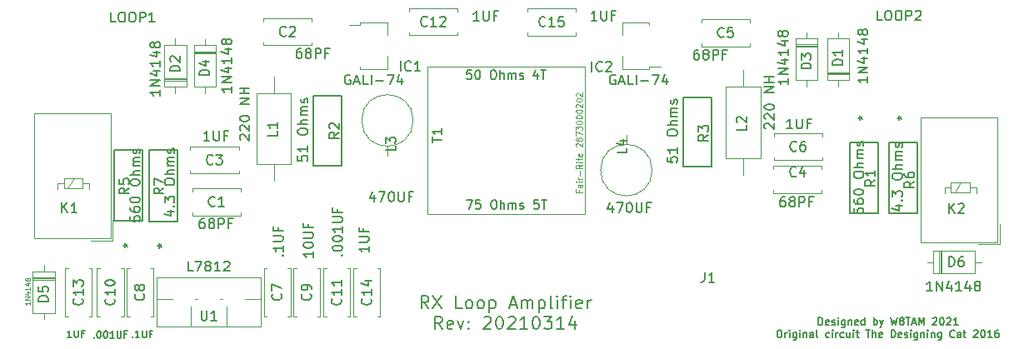
<source format=gbr>
%TF.GenerationSoftware,KiCad,Pcbnew,(5.1.9-0-10_14)*%
%TF.CreationDate,2021-03-15T18:18:09-04:00*%
%TF.ProjectId,RX Loop 100x35,5258204c-6f6f-4702-9031-30307833352e,rev?*%
%TF.SameCoordinates,Original*%
%TF.FileFunction,Legend,Top*%
%TF.FilePolarity,Positive*%
%FSLAX46Y46*%
G04 Gerber Fmt 4.6, Leading zero omitted, Abs format (unit mm)*
G04 Created by KiCad (PCBNEW (5.1.9-0-10_14)) date 2021-03-15 18:18:09*
%MOMM*%
%LPD*%
G01*
G04 APERTURE LIST*
%ADD10C,0.150000*%
%ADD11C,0.120000*%
%ADD12C,0.152400*%
%ADD13C,0.125000*%
%ADD14C,0.100000*%
G04 APERTURE END LIST*
D10*
X113635714Y-20907142D02*
X113207142Y-20907142D01*
X113164285Y-21335714D01*
X113207142Y-21292857D01*
X113292857Y-21250000D01*
X113507142Y-21250000D01*
X113592857Y-21292857D01*
X113635714Y-21335714D01*
X113678571Y-21421428D01*
X113678571Y-21635714D01*
X113635714Y-21721428D01*
X113592857Y-21764285D01*
X113507142Y-21807142D01*
X113292857Y-21807142D01*
X113207142Y-21764285D01*
X113164285Y-21721428D01*
X114235714Y-20907142D02*
X114321428Y-20907142D01*
X114407142Y-20950000D01*
X114450000Y-20992857D01*
X114492857Y-21078571D01*
X114535714Y-21250000D01*
X114535714Y-21464285D01*
X114492857Y-21635714D01*
X114450000Y-21721428D01*
X114407142Y-21764285D01*
X114321428Y-21807142D01*
X114235714Y-21807142D01*
X114150000Y-21764285D01*
X114107142Y-21721428D01*
X114064285Y-21635714D01*
X114021428Y-21464285D01*
X114021428Y-21250000D01*
X114064285Y-21078571D01*
X114107142Y-20992857D01*
X114150000Y-20950000D01*
X114235714Y-20907142D01*
X115778571Y-20907142D02*
X115950000Y-20907142D01*
X116035714Y-20950000D01*
X116121428Y-21035714D01*
X116164285Y-21207142D01*
X116164285Y-21507142D01*
X116121428Y-21678571D01*
X116035714Y-21764285D01*
X115950000Y-21807142D01*
X115778571Y-21807142D01*
X115692857Y-21764285D01*
X115607142Y-21678571D01*
X115564285Y-21507142D01*
X115564285Y-21207142D01*
X115607142Y-21035714D01*
X115692857Y-20950000D01*
X115778571Y-20907142D01*
X116550000Y-21807142D02*
X116550000Y-20907142D01*
X116935714Y-21807142D02*
X116935714Y-21335714D01*
X116892857Y-21250000D01*
X116807142Y-21207142D01*
X116678571Y-21207142D01*
X116592857Y-21250000D01*
X116550000Y-21292857D01*
X117364285Y-21807142D02*
X117364285Y-21207142D01*
X117364285Y-21292857D02*
X117407142Y-21250000D01*
X117492857Y-21207142D01*
X117621428Y-21207142D01*
X117707142Y-21250000D01*
X117750000Y-21335714D01*
X117750000Y-21807142D01*
X117750000Y-21335714D02*
X117792857Y-21250000D01*
X117878571Y-21207142D01*
X118007142Y-21207142D01*
X118092857Y-21250000D01*
X118135714Y-21335714D01*
X118135714Y-21807142D01*
X118521428Y-21764285D02*
X118607142Y-21807142D01*
X118778571Y-21807142D01*
X118864285Y-21764285D01*
X118907142Y-21678571D01*
X118907142Y-21635714D01*
X118864285Y-21550000D01*
X118778571Y-21507142D01*
X118650000Y-21507142D01*
X118564285Y-21464285D01*
X118521428Y-21378571D01*
X118521428Y-21335714D01*
X118564285Y-21250000D01*
X118650000Y-21207142D01*
X118778571Y-21207142D01*
X118864285Y-21250000D01*
X120364285Y-21207142D02*
X120364285Y-21807142D01*
X120150000Y-20864285D02*
X119935714Y-21507142D01*
X120492857Y-21507142D01*
X120707142Y-20907142D02*
X121221428Y-20907142D01*
X120964285Y-21807142D02*
X120964285Y-20907142D01*
X113161428Y-34097142D02*
X113761428Y-34097142D01*
X113375714Y-34997142D01*
X114532857Y-34097142D02*
X114104285Y-34097142D01*
X114061428Y-34525714D01*
X114104285Y-34482857D01*
X114190000Y-34440000D01*
X114404285Y-34440000D01*
X114490000Y-34482857D01*
X114532857Y-34525714D01*
X114575714Y-34611428D01*
X114575714Y-34825714D01*
X114532857Y-34911428D01*
X114490000Y-34954285D01*
X114404285Y-34997142D01*
X114190000Y-34997142D01*
X114104285Y-34954285D01*
X114061428Y-34911428D01*
X115818571Y-34097142D02*
X115990000Y-34097142D01*
X116075714Y-34140000D01*
X116161428Y-34225714D01*
X116204285Y-34397142D01*
X116204285Y-34697142D01*
X116161428Y-34868571D01*
X116075714Y-34954285D01*
X115990000Y-34997142D01*
X115818571Y-34997142D01*
X115732857Y-34954285D01*
X115647142Y-34868571D01*
X115604285Y-34697142D01*
X115604285Y-34397142D01*
X115647142Y-34225714D01*
X115732857Y-34140000D01*
X115818571Y-34097142D01*
X116590000Y-34997142D02*
X116590000Y-34097142D01*
X116975714Y-34997142D02*
X116975714Y-34525714D01*
X116932857Y-34440000D01*
X116847142Y-34397142D01*
X116718571Y-34397142D01*
X116632857Y-34440000D01*
X116590000Y-34482857D01*
X117404285Y-34997142D02*
X117404285Y-34397142D01*
X117404285Y-34482857D02*
X117447142Y-34440000D01*
X117532857Y-34397142D01*
X117661428Y-34397142D01*
X117747142Y-34440000D01*
X117790000Y-34525714D01*
X117790000Y-34997142D01*
X117790000Y-34525714D02*
X117832857Y-34440000D01*
X117918571Y-34397142D01*
X118047142Y-34397142D01*
X118132857Y-34440000D01*
X118175714Y-34525714D01*
X118175714Y-34997142D01*
X118561428Y-34954285D02*
X118647142Y-34997142D01*
X118818571Y-34997142D01*
X118904285Y-34954285D01*
X118947142Y-34868571D01*
X118947142Y-34825714D01*
X118904285Y-34740000D01*
X118818571Y-34697142D01*
X118690000Y-34697142D01*
X118604285Y-34654285D01*
X118561428Y-34568571D01*
X118561428Y-34525714D01*
X118604285Y-34440000D01*
X118690000Y-34397142D01*
X118818571Y-34397142D01*
X118904285Y-34440000D01*
X120447142Y-34097142D02*
X120018571Y-34097142D01*
X119975714Y-34525714D01*
X120018571Y-34482857D01*
X120104285Y-34440000D01*
X120318571Y-34440000D01*
X120404285Y-34482857D01*
X120447142Y-34525714D01*
X120490000Y-34611428D01*
X120490000Y-34825714D01*
X120447142Y-34911428D01*
X120404285Y-34954285D01*
X120318571Y-34997142D01*
X120104285Y-34997142D01*
X120018571Y-34954285D01*
X119975714Y-34911428D01*
X120747142Y-34097142D02*
X121261428Y-34097142D01*
X121004285Y-34997142D02*
X121004285Y-34097142D01*
X109280000Y-45118095D02*
X108846666Y-44499047D01*
X108537142Y-45118095D02*
X108537142Y-43818095D01*
X109032380Y-43818095D01*
X109156190Y-43880000D01*
X109218095Y-43941904D01*
X109280000Y-44065714D01*
X109280000Y-44251428D01*
X109218095Y-44375238D01*
X109156190Y-44437142D01*
X109032380Y-44499047D01*
X108537142Y-44499047D01*
X109713333Y-43818095D02*
X110580000Y-45118095D01*
X110580000Y-43818095D02*
X109713333Y-45118095D01*
X112684761Y-45118095D02*
X112065714Y-45118095D01*
X112065714Y-43818095D01*
X113303809Y-45118095D02*
X113180000Y-45056190D01*
X113118095Y-44994285D01*
X113056190Y-44870476D01*
X113056190Y-44499047D01*
X113118095Y-44375238D01*
X113180000Y-44313333D01*
X113303809Y-44251428D01*
X113489523Y-44251428D01*
X113613333Y-44313333D01*
X113675238Y-44375238D01*
X113737142Y-44499047D01*
X113737142Y-44870476D01*
X113675238Y-44994285D01*
X113613333Y-45056190D01*
X113489523Y-45118095D01*
X113303809Y-45118095D01*
X114480000Y-45118095D02*
X114356190Y-45056190D01*
X114294285Y-44994285D01*
X114232380Y-44870476D01*
X114232380Y-44499047D01*
X114294285Y-44375238D01*
X114356190Y-44313333D01*
X114480000Y-44251428D01*
X114665714Y-44251428D01*
X114789523Y-44313333D01*
X114851428Y-44375238D01*
X114913333Y-44499047D01*
X114913333Y-44870476D01*
X114851428Y-44994285D01*
X114789523Y-45056190D01*
X114665714Y-45118095D01*
X114480000Y-45118095D01*
X115470476Y-44251428D02*
X115470476Y-45551428D01*
X115470476Y-44313333D02*
X115594285Y-44251428D01*
X115841904Y-44251428D01*
X115965714Y-44313333D01*
X116027619Y-44375238D01*
X116089523Y-44499047D01*
X116089523Y-44870476D01*
X116027619Y-44994285D01*
X115965714Y-45056190D01*
X115841904Y-45118095D01*
X115594285Y-45118095D01*
X115470476Y-45056190D01*
X117575238Y-44746666D02*
X118194285Y-44746666D01*
X117451428Y-45118095D02*
X117884761Y-43818095D01*
X118318095Y-45118095D01*
X118751428Y-45118095D02*
X118751428Y-44251428D01*
X118751428Y-44375238D02*
X118813333Y-44313333D01*
X118937142Y-44251428D01*
X119122857Y-44251428D01*
X119246666Y-44313333D01*
X119308571Y-44437142D01*
X119308571Y-45118095D01*
X119308571Y-44437142D02*
X119370476Y-44313333D01*
X119494285Y-44251428D01*
X119680000Y-44251428D01*
X119803809Y-44313333D01*
X119865714Y-44437142D01*
X119865714Y-45118095D01*
X120484761Y-44251428D02*
X120484761Y-45551428D01*
X120484761Y-44313333D02*
X120608571Y-44251428D01*
X120856190Y-44251428D01*
X120980000Y-44313333D01*
X121041904Y-44375238D01*
X121103809Y-44499047D01*
X121103809Y-44870476D01*
X121041904Y-44994285D01*
X120980000Y-45056190D01*
X120856190Y-45118095D01*
X120608571Y-45118095D01*
X120484761Y-45056190D01*
X121846666Y-45118095D02*
X121722857Y-45056190D01*
X121660952Y-44932380D01*
X121660952Y-43818095D01*
X122341904Y-45118095D02*
X122341904Y-44251428D01*
X122341904Y-43818095D02*
X122280000Y-43880000D01*
X122341904Y-43941904D01*
X122403809Y-43880000D01*
X122341904Y-43818095D01*
X122341904Y-43941904D01*
X122775238Y-44251428D02*
X123270476Y-44251428D01*
X122960952Y-45118095D02*
X122960952Y-44003809D01*
X123022857Y-43880000D01*
X123146666Y-43818095D01*
X123270476Y-43818095D01*
X123703809Y-45118095D02*
X123703809Y-44251428D01*
X123703809Y-43818095D02*
X123641904Y-43880000D01*
X123703809Y-43941904D01*
X123765714Y-43880000D01*
X123703809Y-43818095D01*
X123703809Y-43941904D01*
X124818095Y-45056190D02*
X124694285Y-45118095D01*
X124446666Y-45118095D01*
X124322857Y-45056190D01*
X124260952Y-44932380D01*
X124260952Y-44437142D01*
X124322857Y-44313333D01*
X124446666Y-44251428D01*
X124694285Y-44251428D01*
X124818095Y-44313333D01*
X124880000Y-44437142D01*
X124880000Y-44560952D01*
X124260952Y-44684761D01*
X125437142Y-45118095D02*
X125437142Y-44251428D01*
X125437142Y-44499047D02*
X125499047Y-44375238D01*
X125560952Y-44313333D01*
X125684761Y-44251428D01*
X125808571Y-44251428D01*
X110672857Y-47218095D02*
X110239523Y-46599047D01*
X109930000Y-47218095D02*
X109930000Y-45918095D01*
X110425238Y-45918095D01*
X110549047Y-45980000D01*
X110610952Y-46041904D01*
X110672857Y-46165714D01*
X110672857Y-46351428D01*
X110610952Y-46475238D01*
X110549047Y-46537142D01*
X110425238Y-46599047D01*
X109930000Y-46599047D01*
X111725238Y-47156190D02*
X111601428Y-47218095D01*
X111353809Y-47218095D01*
X111230000Y-47156190D01*
X111168095Y-47032380D01*
X111168095Y-46537142D01*
X111230000Y-46413333D01*
X111353809Y-46351428D01*
X111601428Y-46351428D01*
X111725238Y-46413333D01*
X111787142Y-46537142D01*
X111787142Y-46660952D01*
X111168095Y-46784761D01*
X112220476Y-46351428D02*
X112530000Y-47218095D01*
X112839523Y-46351428D01*
X113334761Y-47094285D02*
X113396666Y-47156190D01*
X113334761Y-47218095D01*
X113272857Y-47156190D01*
X113334761Y-47094285D01*
X113334761Y-47218095D01*
X113334761Y-46413333D02*
X113396666Y-46475238D01*
X113334761Y-46537142D01*
X113272857Y-46475238D01*
X113334761Y-46413333D01*
X113334761Y-46537142D01*
X114882380Y-46041904D02*
X114944285Y-45980000D01*
X115068095Y-45918095D01*
X115377619Y-45918095D01*
X115501428Y-45980000D01*
X115563333Y-46041904D01*
X115625238Y-46165714D01*
X115625238Y-46289523D01*
X115563333Y-46475238D01*
X114820476Y-47218095D01*
X115625238Y-47218095D01*
X116430000Y-45918095D02*
X116553809Y-45918095D01*
X116677619Y-45980000D01*
X116739523Y-46041904D01*
X116801428Y-46165714D01*
X116863333Y-46413333D01*
X116863333Y-46722857D01*
X116801428Y-46970476D01*
X116739523Y-47094285D01*
X116677619Y-47156190D01*
X116553809Y-47218095D01*
X116430000Y-47218095D01*
X116306190Y-47156190D01*
X116244285Y-47094285D01*
X116182380Y-46970476D01*
X116120476Y-46722857D01*
X116120476Y-46413333D01*
X116182380Y-46165714D01*
X116244285Y-46041904D01*
X116306190Y-45980000D01*
X116430000Y-45918095D01*
X117358571Y-46041904D02*
X117420476Y-45980000D01*
X117544285Y-45918095D01*
X117853809Y-45918095D01*
X117977619Y-45980000D01*
X118039523Y-46041904D01*
X118101428Y-46165714D01*
X118101428Y-46289523D01*
X118039523Y-46475238D01*
X117296666Y-47218095D01*
X118101428Y-47218095D01*
X119339523Y-47218095D02*
X118596666Y-47218095D01*
X118968095Y-47218095D02*
X118968095Y-45918095D01*
X118844285Y-46103809D01*
X118720476Y-46227619D01*
X118596666Y-46289523D01*
X120144285Y-45918095D02*
X120268095Y-45918095D01*
X120391904Y-45980000D01*
X120453809Y-46041904D01*
X120515714Y-46165714D01*
X120577619Y-46413333D01*
X120577619Y-46722857D01*
X120515714Y-46970476D01*
X120453809Y-47094285D01*
X120391904Y-47156190D01*
X120268095Y-47218095D01*
X120144285Y-47218095D01*
X120020476Y-47156190D01*
X119958571Y-47094285D01*
X119896666Y-46970476D01*
X119834761Y-46722857D01*
X119834761Y-46413333D01*
X119896666Y-46165714D01*
X119958571Y-46041904D01*
X120020476Y-45980000D01*
X120144285Y-45918095D01*
X121010952Y-45918095D02*
X121815714Y-45918095D01*
X121382380Y-46413333D01*
X121568095Y-46413333D01*
X121691904Y-46475238D01*
X121753809Y-46537142D01*
X121815714Y-46660952D01*
X121815714Y-46970476D01*
X121753809Y-47094285D01*
X121691904Y-47156190D01*
X121568095Y-47218095D01*
X121196666Y-47218095D01*
X121072857Y-47156190D01*
X121010952Y-47094285D01*
X123053809Y-47218095D02*
X122310952Y-47218095D01*
X122682380Y-47218095D02*
X122682380Y-45918095D01*
X122558571Y-46103809D01*
X122434761Y-46227619D01*
X122310952Y-46289523D01*
X124168095Y-46351428D02*
X124168095Y-47218095D01*
X123858571Y-45856190D02*
X123549047Y-46784761D01*
X124353809Y-46784761D01*
X148898571Y-46791785D02*
X148898571Y-46041785D01*
X149077142Y-46041785D01*
X149184285Y-46077500D01*
X149255714Y-46148928D01*
X149291428Y-46220357D01*
X149327142Y-46363214D01*
X149327142Y-46470357D01*
X149291428Y-46613214D01*
X149255714Y-46684642D01*
X149184285Y-46756071D01*
X149077142Y-46791785D01*
X148898571Y-46791785D01*
X149934285Y-46756071D02*
X149862857Y-46791785D01*
X149720000Y-46791785D01*
X149648571Y-46756071D01*
X149612857Y-46684642D01*
X149612857Y-46398928D01*
X149648571Y-46327500D01*
X149720000Y-46291785D01*
X149862857Y-46291785D01*
X149934285Y-46327500D01*
X149970000Y-46398928D01*
X149970000Y-46470357D01*
X149612857Y-46541785D01*
X150255714Y-46756071D02*
X150327142Y-46791785D01*
X150470000Y-46791785D01*
X150541428Y-46756071D01*
X150577142Y-46684642D01*
X150577142Y-46648928D01*
X150541428Y-46577500D01*
X150470000Y-46541785D01*
X150362857Y-46541785D01*
X150291428Y-46506071D01*
X150255714Y-46434642D01*
X150255714Y-46398928D01*
X150291428Y-46327500D01*
X150362857Y-46291785D01*
X150470000Y-46291785D01*
X150541428Y-46327500D01*
X150898571Y-46791785D02*
X150898571Y-46291785D01*
X150898571Y-46041785D02*
X150862857Y-46077500D01*
X150898571Y-46113214D01*
X150934285Y-46077500D01*
X150898571Y-46041785D01*
X150898571Y-46113214D01*
X151577142Y-46291785D02*
X151577142Y-46898928D01*
X151541428Y-46970357D01*
X151505714Y-47006071D01*
X151434285Y-47041785D01*
X151327142Y-47041785D01*
X151255714Y-47006071D01*
X151577142Y-46756071D02*
X151505714Y-46791785D01*
X151362857Y-46791785D01*
X151291428Y-46756071D01*
X151255714Y-46720357D01*
X151220000Y-46648928D01*
X151220000Y-46434642D01*
X151255714Y-46363214D01*
X151291428Y-46327500D01*
X151362857Y-46291785D01*
X151505714Y-46291785D01*
X151577142Y-46327500D01*
X151934285Y-46291785D02*
X151934285Y-46791785D01*
X151934285Y-46363214D02*
X151970000Y-46327500D01*
X152041428Y-46291785D01*
X152148571Y-46291785D01*
X152220000Y-46327500D01*
X152255714Y-46398928D01*
X152255714Y-46791785D01*
X152898571Y-46756071D02*
X152827142Y-46791785D01*
X152684285Y-46791785D01*
X152612857Y-46756071D01*
X152577142Y-46684642D01*
X152577142Y-46398928D01*
X152612857Y-46327500D01*
X152684285Y-46291785D01*
X152827142Y-46291785D01*
X152898571Y-46327500D01*
X152934285Y-46398928D01*
X152934285Y-46470357D01*
X152577142Y-46541785D01*
X153577142Y-46791785D02*
X153577142Y-46041785D01*
X153577142Y-46756071D02*
X153505714Y-46791785D01*
X153362857Y-46791785D01*
X153291428Y-46756071D01*
X153255714Y-46720357D01*
X153220000Y-46648928D01*
X153220000Y-46434642D01*
X153255714Y-46363214D01*
X153291428Y-46327500D01*
X153362857Y-46291785D01*
X153505714Y-46291785D01*
X153577142Y-46327500D01*
X154505714Y-46791785D02*
X154505714Y-46041785D01*
X154505714Y-46327500D02*
X154577142Y-46291785D01*
X154720000Y-46291785D01*
X154791428Y-46327500D01*
X154827142Y-46363214D01*
X154862857Y-46434642D01*
X154862857Y-46648928D01*
X154827142Y-46720357D01*
X154791428Y-46756071D01*
X154720000Y-46791785D01*
X154577142Y-46791785D01*
X154505714Y-46756071D01*
X155112857Y-46291785D02*
X155291428Y-46791785D01*
X155470000Y-46291785D02*
X155291428Y-46791785D01*
X155220000Y-46970357D01*
X155184285Y-47006071D01*
X155112857Y-47041785D01*
X156255714Y-46041785D02*
X156434285Y-46791785D01*
X156577142Y-46256071D01*
X156720000Y-46791785D01*
X156898571Y-46041785D01*
X157291428Y-46363214D02*
X157220000Y-46327500D01*
X157184285Y-46291785D01*
X157148571Y-46220357D01*
X157148571Y-46184642D01*
X157184285Y-46113214D01*
X157220000Y-46077500D01*
X157291428Y-46041785D01*
X157434285Y-46041785D01*
X157505714Y-46077500D01*
X157541428Y-46113214D01*
X157577142Y-46184642D01*
X157577142Y-46220357D01*
X157541428Y-46291785D01*
X157505714Y-46327500D01*
X157434285Y-46363214D01*
X157291428Y-46363214D01*
X157220000Y-46398928D01*
X157184285Y-46434642D01*
X157148571Y-46506071D01*
X157148571Y-46648928D01*
X157184285Y-46720357D01*
X157220000Y-46756071D01*
X157291428Y-46791785D01*
X157434285Y-46791785D01*
X157505714Y-46756071D01*
X157541428Y-46720357D01*
X157577142Y-46648928D01*
X157577142Y-46506071D01*
X157541428Y-46434642D01*
X157505714Y-46398928D01*
X157434285Y-46363214D01*
X157791428Y-46041785D02*
X158220000Y-46041785D01*
X158005714Y-46791785D02*
X158005714Y-46041785D01*
X158434285Y-46577500D02*
X158791428Y-46577500D01*
X158362857Y-46791785D02*
X158612857Y-46041785D01*
X158862857Y-46791785D01*
X159112857Y-46791785D02*
X159112857Y-46041785D01*
X159362857Y-46577500D01*
X159612857Y-46041785D01*
X159612857Y-46791785D01*
X160505714Y-46113214D02*
X160541428Y-46077500D01*
X160612857Y-46041785D01*
X160791428Y-46041785D01*
X160862857Y-46077500D01*
X160898571Y-46113214D01*
X160934285Y-46184642D01*
X160934285Y-46256071D01*
X160898571Y-46363214D01*
X160470000Y-46791785D01*
X160934285Y-46791785D01*
X161398571Y-46041785D02*
X161470000Y-46041785D01*
X161541428Y-46077500D01*
X161577142Y-46113214D01*
X161612857Y-46184642D01*
X161648571Y-46327500D01*
X161648571Y-46506071D01*
X161612857Y-46648928D01*
X161577142Y-46720357D01*
X161541428Y-46756071D01*
X161470000Y-46791785D01*
X161398571Y-46791785D01*
X161327142Y-46756071D01*
X161291428Y-46720357D01*
X161255714Y-46648928D01*
X161220000Y-46506071D01*
X161220000Y-46327500D01*
X161255714Y-46184642D01*
X161291428Y-46113214D01*
X161327142Y-46077500D01*
X161398571Y-46041785D01*
X161934285Y-46113214D02*
X161970000Y-46077500D01*
X162041428Y-46041785D01*
X162220000Y-46041785D01*
X162291428Y-46077500D01*
X162327142Y-46113214D01*
X162362857Y-46184642D01*
X162362857Y-46256071D01*
X162327142Y-46363214D01*
X161898571Y-46791785D01*
X162362857Y-46791785D01*
X163077142Y-46791785D02*
X162648571Y-46791785D01*
X162862857Y-46791785D02*
X162862857Y-46041785D01*
X162791428Y-46148928D01*
X162720000Y-46220357D01*
X162648571Y-46256071D01*
X144862857Y-47316785D02*
X145005714Y-47316785D01*
X145077142Y-47352500D01*
X145148571Y-47423928D01*
X145184285Y-47566785D01*
X145184285Y-47816785D01*
X145148571Y-47959642D01*
X145077142Y-48031071D01*
X145005714Y-48066785D01*
X144862857Y-48066785D01*
X144791428Y-48031071D01*
X144720000Y-47959642D01*
X144684285Y-47816785D01*
X144684285Y-47566785D01*
X144720000Y-47423928D01*
X144791428Y-47352500D01*
X144862857Y-47316785D01*
X145505714Y-48066785D02*
X145505714Y-47566785D01*
X145505714Y-47709642D02*
X145541428Y-47638214D01*
X145577142Y-47602500D01*
X145648571Y-47566785D01*
X145720000Y-47566785D01*
X145970000Y-48066785D02*
X145970000Y-47566785D01*
X145970000Y-47316785D02*
X145934285Y-47352500D01*
X145970000Y-47388214D01*
X146005714Y-47352500D01*
X145970000Y-47316785D01*
X145970000Y-47388214D01*
X146648571Y-47566785D02*
X146648571Y-48173928D01*
X146612857Y-48245357D01*
X146577142Y-48281071D01*
X146505714Y-48316785D01*
X146398571Y-48316785D01*
X146327142Y-48281071D01*
X146648571Y-48031071D02*
X146577142Y-48066785D01*
X146434285Y-48066785D01*
X146362857Y-48031071D01*
X146327142Y-47995357D01*
X146291428Y-47923928D01*
X146291428Y-47709642D01*
X146327142Y-47638214D01*
X146362857Y-47602500D01*
X146434285Y-47566785D01*
X146577142Y-47566785D01*
X146648571Y-47602500D01*
X147005714Y-48066785D02*
X147005714Y-47566785D01*
X147005714Y-47316785D02*
X146970000Y-47352500D01*
X147005714Y-47388214D01*
X147041428Y-47352500D01*
X147005714Y-47316785D01*
X147005714Y-47388214D01*
X147362857Y-47566785D02*
X147362857Y-48066785D01*
X147362857Y-47638214D02*
X147398571Y-47602500D01*
X147470000Y-47566785D01*
X147577142Y-47566785D01*
X147648571Y-47602500D01*
X147684285Y-47673928D01*
X147684285Y-48066785D01*
X148362857Y-48066785D02*
X148362857Y-47673928D01*
X148327142Y-47602500D01*
X148255714Y-47566785D01*
X148112857Y-47566785D01*
X148041428Y-47602500D01*
X148362857Y-48031071D02*
X148291428Y-48066785D01*
X148112857Y-48066785D01*
X148041428Y-48031071D01*
X148005714Y-47959642D01*
X148005714Y-47888214D01*
X148041428Y-47816785D01*
X148112857Y-47781071D01*
X148291428Y-47781071D01*
X148362857Y-47745357D01*
X148827142Y-48066785D02*
X148755714Y-48031071D01*
X148720000Y-47959642D01*
X148720000Y-47316785D01*
X150005714Y-48031071D02*
X149934285Y-48066785D01*
X149791428Y-48066785D01*
X149720000Y-48031071D01*
X149684285Y-47995357D01*
X149648571Y-47923928D01*
X149648571Y-47709642D01*
X149684285Y-47638214D01*
X149720000Y-47602500D01*
X149791428Y-47566785D01*
X149934285Y-47566785D01*
X150005714Y-47602500D01*
X150327142Y-48066785D02*
X150327142Y-47566785D01*
X150327142Y-47316785D02*
X150291428Y-47352500D01*
X150327142Y-47388214D01*
X150362857Y-47352500D01*
X150327142Y-47316785D01*
X150327142Y-47388214D01*
X150684285Y-48066785D02*
X150684285Y-47566785D01*
X150684285Y-47709642D02*
X150720000Y-47638214D01*
X150755714Y-47602500D01*
X150827142Y-47566785D01*
X150898571Y-47566785D01*
X151470000Y-48031071D02*
X151398571Y-48066785D01*
X151255714Y-48066785D01*
X151184285Y-48031071D01*
X151148571Y-47995357D01*
X151112857Y-47923928D01*
X151112857Y-47709642D01*
X151148571Y-47638214D01*
X151184285Y-47602500D01*
X151255714Y-47566785D01*
X151398571Y-47566785D01*
X151470000Y-47602500D01*
X152112857Y-47566785D02*
X152112857Y-48066785D01*
X151791428Y-47566785D02*
X151791428Y-47959642D01*
X151827142Y-48031071D01*
X151898571Y-48066785D01*
X152005714Y-48066785D01*
X152077142Y-48031071D01*
X152112857Y-47995357D01*
X152470000Y-48066785D02*
X152470000Y-47566785D01*
X152470000Y-47316785D02*
X152434285Y-47352500D01*
X152470000Y-47388214D01*
X152505714Y-47352500D01*
X152470000Y-47316785D01*
X152470000Y-47388214D01*
X152720000Y-47566785D02*
X153005714Y-47566785D01*
X152827142Y-47316785D02*
X152827142Y-47959642D01*
X152862857Y-48031071D01*
X152934285Y-48066785D01*
X153005714Y-48066785D01*
X153720000Y-47316785D02*
X154148571Y-47316785D01*
X153934285Y-48066785D02*
X153934285Y-47316785D01*
X154398571Y-48066785D02*
X154398571Y-47316785D01*
X154720000Y-48066785D02*
X154720000Y-47673928D01*
X154684285Y-47602500D01*
X154612857Y-47566785D01*
X154505714Y-47566785D01*
X154434285Y-47602500D01*
X154398571Y-47638214D01*
X155362857Y-48031071D02*
X155291428Y-48066785D01*
X155148571Y-48066785D01*
X155077142Y-48031071D01*
X155041428Y-47959642D01*
X155041428Y-47673928D01*
X155077142Y-47602500D01*
X155148571Y-47566785D01*
X155291428Y-47566785D01*
X155362857Y-47602500D01*
X155398571Y-47673928D01*
X155398571Y-47745357D01*
X155041428Y-47816785D01*
X156291428Y-48066785D02*
X156291428Y-47316785D01*
X156470000Y-47316785D01*
X156577142Y-47352500D01*
X156648571Y-47423928D01*
X156684285Y-47495357D01*
X156720000Y-47638214D01*
X156720000Y-47745357D01*
X156684285Y-47888214D01*
X156648571Y-47959642D01*
X156577142Y-48031071D01*
X156470000Y-48066785D01*
X156291428Y-48066785D01*
X157327142Y-48031071D02*
X157255714Y-48066785D01*
X157112857Y-48066785D01*
X157041428Y-48031071D01*
X157005714Y-47959642D01*
X157005714Y-47673928D01*
X157041428Y-47602500D01*
X157112857Y-47566785D01*
X157255714Y-47566785D01*
X157327142Y-47602500D01*
X157362857Y-47673928D01*
X157362857Y-47745357D01*
X157005714Y-47816785D01*
X157648571Y-48031071D02*
X157720000Y-48066785D01*
X157862857Y-48066785D01*
X157934285Y-48031071D01*
X157970000Y-47959642D01*
X157970000Y-47923928D01*
X157934285Y-47852500D01*
X157862857Y-47816785D01*
X157755714Y-47816785D01*
X157684285Y-47781071D01*
X157648571Y-47709642D01*
X157648571Y-47673928D01*
X157684285Y-47602500D01*
X157755714Y-47566785D01*
X157862857Y-47566785D01*
X157934285Y-47602500D01*
X158291428Y-48066785D02*
X158291428Y-47566785D01*
X158291428Y-47316785D02*
X158255714Y-47352500D01*
X158291428Y-47388214D01*
X158327142Y-47352500D01*
X158291428Y-47316785D01*
X158291428Y-47388214D01*
X158970000Y-47566785D02*
X158970000Y-48173928D01*
X158934285Y-48245357D01*
X158898571Y-48281071D01*
X158827142Y-48316785D01*
X158720000Y-48316785D01*
X158648571Y-48281071D01*
X158970000Y-48031071D02*
X158898571Y-48066785D01*
X158755714Y-48066785D01*
X158684285Y-48031071D01*
X158648571Y-47995357D01*
X158612857Y-47923928D01*
X158612857Y-47709642D01*
X158648571Y-47638214D01*
X158684285Y-47602500D01*
X158755714Y-47566785D01*
X158898571Y-47566785D01*
X158970000Y-47602500D01*
X159327142Y-47566785D02*
X159327142Y-48066785D01*
X159327142Y-47638214D02*
X159362857Y-47602500D01*
X159434285Y-47566785D01*
X159541428Y-47566785D01*
X159612857Y-47602500D01*
X159648571Y-47673928D01*
X159648571Y-48066785D01*
X160005714Y-48066785D02*
X160005714Y-47566785D01*
X160005714Y-47316785D02*
X159970000Y-47352500D01*
X160005714Y-47388214D01*
X160041428Y-47352500D01*
X160005714Y-47316785D01*
X160005714Y-47388214D01*
X160362857Y-47566785D02*
X160362857Y-48066785D01*
X160362857Y-47638214D02*
X160398571Y-47602500D01*
X160470000Y-47566785D01*
X160577142Y-47566785D01*
X160648571Y-47602500D01*
X160684285Y-47673928D01*
X160684285Y-48066785D01*
X161362857Y-47566785D02*
X161362857Y-48173928D01*
X161327142Y-48245357D01*
X161291428Y-48281071D01*
X161220000Y-48316785D01*
X161112857Y-48316785D01*
X161041428Y-48281071D01*
X161362857Y-48031071D02*
X161291428Y-48066785D01*
X161148571Y-48066785D01*
X161077142Y-48031071D01*
X161041428Y-47995357D01*
X161005714Y-47923928D01*
X161005714Y-47709642D01*
X161041428Y-47638214D01*
X161077142Y-47602500D01*
X161148571Y-47566785D01*
X161291428Y-47566785D01*
X161362857Y-47602500D01*
X162720000Y-47995357D02*
X162684285Y-48031071D01*
X162577142Y-48066785D01*
X162505714Y-48066785D01*
X162398571Y-48031071D01*
X162327142Y-47959642D01*
X162291428Y-47888214D01*
X162255714Y-47745357D01*
X162255714Y-47638214D01*
X162291428Y-47495357D01*
X162327142Y-47423928D01*
X162398571Y-47352500D01*
X162505714Y-47316785D01*
X162577142Y-47316785D01*
X162684285Y-47352500D01*
X162720000Y-47388214D01*
X163362857Y-48066785D02*
X163362857Y-47673928D01*
X163327142Y-47602500D01*
X163255714Y-47566785D01*
X163112857Y-47566785D01*
X163041428Y-47602500D01*
X163362857Y-48031071D02*
X163291428Y-48066785D01*
X163112857Y-48066785D01*
X163041428Y-48031071D01*
X163005714Y-47959642D01*
X163005714Y-47888214D01*
X163041428Y-47816785D01*
X163112857Y-47781071D01*
X163291428Y-47781071D01*
X163362857Y-47745357D01*
X163612857Y-47566785D02*
X163898571Y-47566785D01*
X163720000Y-47316785D02*
X163720000Y-47959642D01*
X163755714Y-48031071D01*
X163827142Y-48066785D01*
X163898571Y-48066785D01*
X164684285Y-47388214D02*
X164720000Y-47352500D01*
X164791428Y-47316785D01*
X164970000Y-47316785D01*
X165041428Y-47352500D01*
X165077142Y-47388214D01*
X165112857Y-47459642D01*
X165112857Y-47531071D01*
X165077142Y-47638214D01*
X164648571Y-48066785D01*
X165112857Y-48066785D01*
X165577142Y-47316785D02*
X165648571Y-47316785D01*
X165720000Y-47352500D01*
X165755714Y-47388214D01*
X165791428Y-47459642D01*
X165827142Y-47602500D01*
X165827142Y-47781071D01*
X165791428Y-47923928D01*
X165755714Y-47995357D01*
X165720000Y-48031071D01*
X165648571Y-48066785D01*
X165577142Y-48066785D01*
X165505714Y-48031071D01*
X165470000Y-47995357D01*
X165434285Y-47923928D01*
X165398571Y-47781071D01*
X165398571Y-47602500D01*
X165434285Y-47459642D01*
X165470000Y-47388214D01*
X165505714Y-47352500D01*
X165577142Y-47316785D01*
X166541428Y-48066785D02*
X166112857Y-48066785D01*
X166327142Y-48066785D02*
X166327142Y-47316785D01*
X166255714Y-47423928D01*
X166184285Y-47495357D01*
X166112857Y-47531071D01*
X167184285Y-47316785D02*
X167041428Y-47316785D01*
X166970000Y-47352500D01*
X166934285Y-47388214D01*
X166862857Y-47495357D01*
X166827142Y-47638214D01*
X166827142Y-47923928D01*
X166862857Y-47995357D01*
X166898571Y-48031071D01*
X166970000Y-48066785D01*
X167112857Y-48066785D01*
X167184285Y-48031071D01*
X167220000Y-47995357D01*
X167255714Y-47923928D01*
X167255714Y-47745357D01*
X167220000Y-47673928D01*
X167184285Y-47638214D01*
X167112857Y-47602500D01*
X166970000Y-47602500D01*
X166898571Y-47638214D01*
X166862857Y-47673928D01*
X166827142Y-47745357D01*
D11*
%TO.C,C4*%
X149250000Y-33370000D02*
X144310000Y-33370000D01*
X149250000Y-30630000D02*
X144310000Y-30630000D01*
X149250000Y-33370000D02*
X149250000Y-33055000D01*
X149250000Y-30945000D02*
X149250000Y-30630000D01*
X144310000Y-33370000D02*
X144310000Y-33055000D01*
X144310000Y-30945000D02*
X144310000Y-30630000D01*
%TO.C,U1*%
X85089000Y-46938000D02*
X85089000Y-44920000D01*
X88790000Y-46938000D02*
X88790000Y-44920000D01*
X83297000Y-44178000D02*
X81690000Y-44178000D01*
X85837000Y-44178000D02*
X85502000Y-44178000D01*
X88377000Y-44178000D02*
X88042000Y-44178000D01*
X92190000Y-44178000D02*
X90583000Y-44178000D01*
X81690000Y-46938000D02*
X81690000Y-41997000D01*
X92190000Y-46938000D02*
X92190000Y-41997000D01*
X92190000Y-41997000D02*
X81690000Y-41997000D01*
X92190000Y-46938000D02*
X81690000Y-46938000D01*
%TO.C,K2*%
X162373000Y-33290000D02*
X162373000Y-32274000D01*
X164278000Y-32274000D02*
X162373000Y-32274000D01*
X164278000Y-33290000D02*
X164278000Y-32274000D01*
X162373000Y-33290000D02*
X164278000Y-33290000D01*
X161738000Y-32782000D02*
X162373000Y-32782000D01*
X161738000Y-33417000D02*
X161738000Y-32782000D01*
X164938000Y-32782000D02*
X164278000Y-32782000D01*
X164938000Y-33417000D02*
X164938000Y-32782000D01*
X162754000Y-33290000D02*
X163389000Y-32274000D01*
X167100000Y-38400000D02*
X159300000Y-38400000D01*
X159300000Y-38400000D02*
X159300000Y-25700000D01*
X159300000Y-25700000D02*
X167100000Y-25700000D01*
X167100000Y-25700000D02*
X167100000Y-38400000D01*
X167300000Y-36500000D02*
X167300000Y-38600000D01*
X167300000Y-38600000D02*
X165100000Y-38600000D01*
%TO.C,K1*%
X72233000Y-32890000D02*
X72233000Y-31874000D01*
X74138000Y-31874000D02*
X72233000Y-31874000D01*
X74138000Y-32890000D02*
X74138000Y-31874000D01*
X72233000Y-32890000D02*
X74138000Y-32890000D01*
X71598000Y-32382000D02*
X72233000Y-32382000D01*
X71598000Y-33017000D02*
X71598000Y-32382000D01*
X74798000Y-32382000D02*
X74138000Y-32382000D01*
X74798000Y-33017000D02*
X74798000Y-32382000D01*
X72614000Y-32890000D02*
X73249000Y-31874000D01*
X76960000Y-38000000D02*
X69160000Y-38000000D01*
X69160000Y-38000000D02*
X69160000Y-25300000D01*
X69160000Y-25300000D02*
X76960000Y-25300000D01*
X76960000Y-25300000D02*
X76960000Y-38000000D01*
X77160000Y-36100000D02*
X77160000Y-38200000D01*
X77160000Y-38200000D02*
X74960000Y-38200000D01*
%TO.C,D6*%
X161190000Y-39280000D02*
X161190000Y-41520000D01*
X161430000Y-39280000D02*
X161430000Y-41520000D01*
X161310000Y-39280000D02*
X161310000Y-41520000D01*
X165480000Y-40400000D02*
X164830000Y-40400000D01*
X159940000Y-40400000D02*
X160590000Y-40400000D01*
X164830000Y-39280000D02*
X160590000Y-39280000D01*
X164830000Y-41520000D02*
X164830000Y-39280000D01*
X160590000Y-41520000D02*
X164830000Y-41520000D01*
X160590000Y-39280000D02*
X160590000Y-41520000D01*
%TO.C,D5*%
X71310000Y-41930000D02*
X69070000Y-41930000D01*
X71310000Y-42170000D02*
X69070000Y-42170000D01*
X71310000Y-42050000D02*
X69070000Y-42050000D01*
X70190000Y-46220000D02*
X70190000Y-45570000D01*
X70190000Y-40680000D02*
X70190000Y-41330000D01*
X71310000Y-45570000D02*
X71310000Y-41330000D01*
X69070000Y-45570000D02*
X71310000Y-45570000D01*
X69070000Y-41330000D02*
X69070000Y-45570000D01*
X71310000Y-41330000D02*
X69070000Y-41330000D01*
%TO.C,C5*%
X136980000Y-16045000D02*
X136980000Y-15730000D01*
X136980000Y-18470000D02*
X136980000Y-18155000D01*
X141920000Y-16045000D02*
X141920000Y-15730000D01*
X141920000Y-18470000D02*
X141920000Y-18155000D01*
X141920000Y-15730000D02*
X136980000Y-15730000D01*
X141920000Y-18470000D02*
X136980000Y-18470000D01*
%TO.C,C1*%
X85250000Y-33235000D02*
X85250000Y-32920000D01*
X85250000Y-35660000D02*
X85250000Y-35345000D01*
X90190000Y-33235000D02*
X90190000Y-32920000D01*
X90190000Y-35660000D02*
X90190000Y-35345000D01*
X90190000Y-32920000D02*
X85250000Y-32920000D01*
X90190000Y-35660000D02*
X85250000Y-35660000D01*
%TO.C,C2*%
X97420000Y-18370000D02*
X92480000Y-18370000D01*
X97420000Y-15630000D02*
X92480000Y-15630000D01*
X97420000Y-18370000D02*
X97420000Y-18055000D01*
X97420000Y-15945000D02*
X97420000Y-15630000D01*
X92480000Y-18370000D02*
X92480000Y-18055000D01*
X92480000Y-15945000D02*
X92480000Y-15630000D01*
%TO.C,C7*%
X94965000Y-41010000D02*
X95280000Y-41010000D01*
X92540000Y-41010000D02*
X92855000Y-41010000D01*
X94965000Y-45950000D02*
X95280000Y-45950000D01*
X92540000Y-45950000D02*
X92855000Y-45950000D01*
X95280000Y-45950000D02*
X95280000Y-41010000D01*
X92540000Y-45950000D02*
X92540000Y-41010000D01*
%TO.C,C8*%
X78590000Y-45960000D02*
X78590000Y-41020000D01*
X81330000Y-45960000D02*
X81330000Y-41020000D01*
X78590000Y-45960000D02*
X78905000Y-45960000D01*
X81015000Y-45960000D02*
X81330000Y-45960000D01*
X78590000Y-41020000D02*
X78905000Y-41020000D01*
X81015000Y-41020000D02*
X81330000Y-41020000D01*
%TO.C,C9*%
X95540000Y-45950000D02*
X95540000Y-41010000D01*
X98280000Y-45950000D02*
X98280000Y-41010000D01*
X95540000Y-45950000D02*
X95855000Y-45950000D01*
X97965000Y-45950000D02*
X98280000Y-45950000D01*
X95540000Y-41010000D02*
X95855000Y-41010000D01*
X97965000Y-41010000D02*
X98280000Y-41010000D01*
%TO.C,C10*%
X78015000Y-41020000D02*
X78330000Y-41020000D01*
X75590000Y-41020000D02*
X75905000Y-41020000D01*
X78015000Y-45960000D02*
X78330000Y-45960000D01*
X75590000Y-45960000D02*
X75905000Y-45960000D01*
X78330000Y-45960000D02*
X78330000Y-41020000D01*
X75590000Y-45960000D02*
X75590000Y-41020000D01*
%TO.C,C11*%
X101015000Y-41010000D02*
X101330000Y-41010000D01*
X98590000Y-41010000D02*
X98905000Y-41010000D01*
X101015000Y-45950000D02*
X101330000Y-45950000D01*
X98590000Y-45950000D02*
X98905000Y-45950000D01*
X101330000Y-45950000D02*
X101330000Y-41010000D01*
X98590000Y-45950000D02*
X98590000Y-41010000D01*
%TO.C,C12*%
X107300000Y-14935000D02*
X107300000Y-14620000D01*
X107300000Y-17360000D02*
X107300000Y-17045000D01*
X112240000Y-14935000D02*
X112240000Y-14620000D01*
X112240000Y-17360000D02*
X112240000Y-17045000D01*
X112240000Y-14620000D02*
X107300000Y-14620000D01*
X112240000Y-17360000D02*
X107300000Y-17360000D01*
%TO.C,C13*%
X72340000Y-45960000D02*
X72340000Y-41020000D01*
X75080000Y-45960000D02*
X75080000Y-41020000D01*
X72340000Y-45960000D02*
X72655000Y-45960000D01*
X74765000Y-45960000D02*
X75080000Y-45960000D01*
X72340000Y-41020000D02*
X72655000Y-41020000D01*
X74765000Y-41020000D02*
X75080000Y-41020000D01*
%TO.C,C14*%
X101640000Y-45950000D02*
X101640000Y-41010000D01*
X104380000Y-45950000D02*
X104380000Y-41010000D01*
X101640000Y-45950000D02*
X101955000Y-45950000D01*
X104065000Y-45950000D02*
X104380000Y-45950000D01*
X101640000Y-41010000D02*
X101955000Y-41010000D01*
X104065000Y-41010000D02*
X104380000Y-41010000D01*
%TO.C,D1*%
X149780000Y-21930000D02*
X152020000Y-21930000D01*
X152020000Y-21930000D02*
X152020000Y-17690000D01*
X152020000Y-17690000D02*
X149780000Y-17690000D01*
X149780000Y-17690000D02*
X149780000Y-21930000D01*
X150900000Y-22580000D02*
X150900000Y-21930000D01*
X150900000Y-17040000D02*
X150900000Y-17690000D01*
X149780000Y-21210000D02*
X152020000Y-21210000D01*
X149780000Y-21090000D02*
X152020000Y-21090000D01*
X149780000Y-21330000D02*
X152020000Y-21330000D01*
%TO.C,D2*%
X82430000Y-22560000D02*
X84670000Y-22560000D01*
X84670000Y-22560000D02*
X84670000Y-18320000D01*
X84670000Y-18320000D02*
X82430000Y-18320000D01*
X82430000Y-18320000D02*
X82430000Y-22560000D01*
X83550000Y-23210000D02*
X83550000Y-22560000D01*
X83550000Y-17670000D02*
X83550000Y-18320000D01*
X82430000Y-21840000D02*
X84670000Y-21840000D01*
X82430000Y-21720000D02*
X84670000Y-21720000D01*
X82430000Y-21960000D02*
X84670000Y-21960000D01*
%TO.C,D3*%
X148820000Y-18290000D02*
X146580000Y-18290000D01*
X148820000Y-18530000D02*
X146580000Y-18530000D01*
X148820000Y-18410000D02*
X146580000Y-18410000D01*
X147700000Y-22580000D02*
X147700000Y-21930000D01*
X147700000Y-17040000D02*
X147700000Y-17690000D01*
X148820000Y-21930000D02*
X148820000Y-17690000D01*
X146580000Y-21930000D02*
X148820000Y-21930000D01*
X146580000Y-17690000D02*
X146580000Y-21930000D01*
X148820000Y-17690000D02*
X146580000Y-17690000D01*
%TO.C,D4*%
X87670000Y-18970000D02*
X85430000Y-18970000D01*
X87670000Y-19210000D02*
X85430000Y-19210000D01*
X87670000Y-19090000D02*
X85430000Y-19090000D01*
X86550000Y-23260000D02*
X86550000Y-22610000D01*
X86550000Y-17720000D02*
X86550000Y-18370000D01*
X87670000Y-22610000D02*
X87670000Y-18370000D01*
X85430000Y-22610000D02*
X87670000Y-22610000D01*
X85430000Y-18370000D02*
X85430000Y-22610000D01*
X87670000Y-18370000D02*
X85430000Y-18370000D01*
%TO.C,IC1*%
X105060000Y-19450000D02*
X105060000Y-20760000D01*
X105060000Y-20760000D02*
X102340000Y-20760000D01*
X101200000Y-16270000D02*
X102340000Y-16270000D01*
X105060000Y-16040000D02*
X105060000Y-17350000D01*
X102340000Y-16040000D02*
X105060000Y-16040000D01*
X102340000Y-16040000D02*
X102340000Y-16270000D01*
X102340000Y-20760000D02*
X102340000Y-20530000D01*
%TO.C,IC2*%
X131710000Y-16040000D02*
X131710000Y-16270000D01*
X131710000Y-20760000D02*
X131710000Y-20530000D01*
X131710000Y-20760000D02*
X128990000Y-20760000D01*
X128990000Y-20760000D02*
X128990000Y-19450000D01*
X132850000Y-20530000D02*
X131710000Y-20530000D01*
X128990000Y-16040000D02*
X131710000Y-16040000D01*
X128990000Y-17350000D02*
X128990000Y-16040000D01*
%TO.C,L1*%
X93550000Y-21540000D02*
X93550000Y-23230000D01*
X93550000Y-32160000D02*
X93550000Y-30470000D01*
X91780000Y-23230000D02*
X91780000Y-30470000D01*
X95320000Y-23230000D02*
X91780000Y-23230000D01*
X95320000Y-30470000D02*
X95320000Y-23230000D01*
X91780000Y-30470000D02*
X95320000Y-30470000D01*
%TO.C,L2*%
X139460000Y-29830000D02*
X143000000Y-29830000D01*
X143000000Y-29830000D02*
X143000000Y-22590000D01*
X143000000Y-22590000D02*
X139460000Y-22590000D01*
X139460000Y-22590000D02*
X139460000Y-29830000D01*
X141230000Y-31520000D02*
X141230000Y-29830000D01*
X141230000Y-20900000D02*
X141230000Y-22590000D01*
%TO.C,L3*%
X105100000Y-28620000D02*
X105100000Y-29580000D01*
X107720000Y-26000000D02*
G75*
G03*
X107720000Y-26000000I-2620000J0D01*
G01*
%TO.C,L4*%
X131995000Y-31055000D02*
G75*
G03*
X131995000Y-31055000I-2620000J0D01*
G01*
X129375000Y-28435000D02*
X129375000Y-27475000D01*
D12*
%TO.C,R1*%
X154935100Y-35478200D02*
X154935100Y-28213800D01*
X154935100Y-28213800D02*
X152064900Y-28213800D01*
X152064900Y-28213800D02*
X152064900Y-35478200D01*
X152064900Y-35478200D02*
X154935100Y-35478200D01*
%TO.C,R2*%
X100435100Y-23527400D02*
X97564900Y-23527400D01*
X100435100Y-30588600D02*
X100435100Y-23527400D01*
X97564900Y-30588600D02*
X100435100Y-30588600D01*
X97564900Y-23527400D02*
X97564900Y-30588600D01*
%TO.C,R3*%
X135144900Y-23647400D02*
X135144900Y-30708600D01*
X135144900Y-30708600D02*
X138015100Y-30708600D01*
X138015100Y-30708600D02*
X138015100Y-23647400D01*
X138015100Y-23647400D02*
X135144900Y-23647400D01*
%TO.C,R5*%
X80235100Y-28971800D02*
X77364900Y-28971800D01*
X80235100Y-36236200D02*
X80235100Y-28971800D01*
X77364900Y-36236200D02*
X80235100Y-36236200D01*
X77364900Y-28971800D02*
X77364900Y-36236200D01*
%TO.C,R6*%
X158935100Y-35478200D02*
X158935100Y-28213800D01*
X158935100Y-28213800D02*
X156064900Y-28213800D01*
X156064900Y-28213800D02*
X156064900Y-35478200D01*
X156064900Y-35478200D02*
X158935100Y-35478200D01*
%TO.C,R7*%
X83735100Y-29021800D02*
X80864900Y-29021800D01*
X83735100Y-36286200D02*
X83735100Y-29021800D01*
X80864900Y-36286200D02*
X83735100Y-36286200D01*
X80864900Y-29021800D02*
X80864900Y-36286200D01*
D11*
%TO.C,T1*%
X109170000Y-35520000D02*
X125170000Y-35520000D01*
X125170000Y-35520000D02*
X125170000Y-20520000D01*
X125170000Y-20520000D02*
X109170000Y-20520000D01*
X109170000Y-20520000D02*
X109170000Y-35520000D01*
%TO.C,C3*%
X85050000Y-28985000D02*
X85050000Y-28670000D01*
X85050000Y-31410000D02*
X85050000Y-31095000D01*
X89990000Y-28985000D02*
X89990000Y-28670000D01*
X89990000Y-31410000D02*
X89990000Y-31095000D01*
X89990000Y-28670000D02*
X85050000Y-28670000D01*
X89990000Y-31410000D02*
X85050000Y-31410000D01*
%TO.C,C6*%
X149290000Y-30050000D02*
X144350000Y-30050000D01*
X149290000Y-27310000D02*
X144350000Y-27310000D01*
X149290000Y-30050000D02*
X149290000Y-29735000D01*
X149290000Y-27625000D02*
X149290000Y-27310000D01*
X144350000Y-30050000D02*
X144350000Y-29735000D01*
X144350000Y-27625000D02*
X144350000Y-27310000D01*
%TO.C,C15*%
X119310000Y-14640000D02*
X124250000Y-14640000D01*
X119310000Y-17380000D02*
X124250000Y-17380000D01*
X119310000Y-14640000D02*
X119310000Y-14955000D01*
X119310000Y-17065000D02*
X119310000Y-17380000D01*
X124250000Y-14640000D02*
X124250000Y-14955000D01*
X124250000Y-17065000D02*
X124250000Y-17380000D01*
%TO.C,J1*%
D10*
X137316666Y-41452380D02*
X137316666Y-42166666D01*
X137269047Y-42309523D01*
X137173809Y-42404761D01*
X137030952Y-42452380D01*
X136935714Y-42452380D01*
X138316666Y-42452380D02*
X137745238Y-42452380D01*
X138030952Y-42452380D02*
X138030952Y-41452380D01*
X137935714Y-41595238D01*
X137840476Y-41690476D01*
X137745238Y-41738095D01*
%TO.C,C4*%
X146613333Y-31632142D02*
X146565714Y-31679761D01*
X146422857Y-31727380D01*
X146327619Y-31727380D01*
X146184761Y-31679761D01*
X146089523Y-31584523D01*
X146041904Y-31489285D01*
X145994285Y-31298809D01*
X145994285Y-31155952D01*
X146041904Y-30965476D01*
X146089523Y-30870238D01*
X146184761Y-30775000D01*
X146327619Y-30727380D01*
X146422857Y-30727380D01*
X146565714Y-30775000D01*
X146613333Y-30822619D01*
X147470476Y-31060714D02*
X147470476Y-31727380D01*
X147232380Y-30679761D02*
X146994285Y-31394047D01*
X147613333Y-31394047D01*
X145465714Y-33772380D02*
X145275238Y-33772380D01*
X145180000Y-33820000D01*
X145132380Y-33867619D01*
X145037142Y-34010476D01*
X144989523Y-34200952D01*
X144989523Y-34581904D01*
X145037142Y-34677142D01*
X145084761Y-34724761D01*
X145180000Y-34772380D01*
X145370476Y-34772380D01*
X145465714Y-34724761D01*
X145513333Y-34677142D01*
X145560952Y-34581904D01*
X145560952Y-34343809D01*
X145513333Y-34248571D01*
X145465714Y-34200952D01*
X145370476Y-34153333D01*
X145180000Y-34153333D01*
X145084761Y-34200952D01*
X145037142Y-34248571D01*
X144989523Y-34343809D01*
X146132380Y-34200952D02*
X146037142Y-34153333D01*
X145989523Y-34105714D01*
X145941904Y-34010476D01*
X145941904Y-33962857D01*
X145989523Y-33867619D01*
X146037142Y-33820000D01*
X146132380Y-33772380D01*
X146322857Y-33772380D01*
X146418095Y-33820000D01*
X146465714Y-33867619D01*
X146513333Y-33962857D01*
X146513333Y-34010476D01*
X146465714Y-34105714D01*
X146418095Y-34153333D01*
X146322857Y-34200952D01*
X146132380Y-34200952D01*
X146037142Y-34248571D01*
X145989523Y-34296190D01*
X145941904Y-34391428D01*
X145941904Y-34581904D01*
X145989523Y-34677142D01*
X146037142Y-34724761D01*
X146132380Y-34772380D01*
X146322857Y-34772380D01*
X146418095Y-34724761D01*
X146465714Y-34677142D01*
X146513333Y-34581904D01*
X146513333Y-34391428D01*
X146465714Y-34296190D01*
X146418095Y-34248571D01*
X146322857Y-34200952D01*
X146941904Y-34772380D02*
X146941904Y-33772380D01*
X147322857Y-33772380D01*
X147418095Y-33820000D01*
X147465714Y-33867619D01*
X147513333Y-33962857D01*
X147513333Y-34105714D01*
X147465714Y-34200952D01*
X147418095Y-34248571D01*
X147322857Y-34296190D01*
X146941904Y-34296190D01*
X148275238Y-34248571D02*
X147941904Y-34248571D01*
X147941904Y-34772380D02*
X147941904Y-33772380D01*
X148418095Y-33772380D01*
%TO.C,U1*%
X86178095Y-45322380D02*
X86178095Y-46131904D01*
X86225714Y-46227142D01*
X86273333Y-46274761D01*
X86368571Y-46322380D01*
X86559047Y-46322380D01*
X86654285Y-46274761D01*
X86701904Y-46227142D01*
X86749523Y-46131904D01*
X86749523Y-45322380D01*
X87749523Y-46322380D02*
X87178095Y-46322380D01*
X87463809Y-46322380D02*
X87463809Y-45322380D01*
X87368571Y-45465238D01*
X87273333Y-45560476D01*
X87178095Y-45608095D01*
X85344761Y-41319880D02*
X84868571Y-41319880D01*
X84868571Y-40319880D01*
X85582857Y-40319880D02*
X86249523Y-40319880D01*
X85820952Y-41319880D01*
X86773333Y-40748452D02*
X86678095Y-40700833D01*
X86630476Y-40653214D01*
X86582857Y-40557976D01*
X86582857Y-40510357D01*
X86630476Y-40415119D01*
X86678095Y-40367500D01*
X86773333Y-40319880D01*
X86963809Y-40319880D01*
X87059047Y-40367500D01*
X87106666Y-40415119D01*
X87154285Y-40510357D01*
X87154285Y-40557976D01*
X87106666Y-40653214D01*
X87059047Y-40700833D01*
X86963809Y-40748452D01*
X86773333Y-40748452D01*
X86678095Y-40796071D01*
X86630476Y-40843690D01*
X86582857Y-40938928D01*
X86582857Y-41129404D01*
X86630476Y-41224642D01*
X86678095Y-41272261D01*
X86773333Y-41319880D01*
X86963809Y-41319880D01*
X87059047Y-41272261D01*
X87106666Y-41224642D01*
X87154285Y-41129404D01*
X87154285Y-40938928D01*
X87106666Y-40843690D01*
X87059047Y-40796071D01*
X86963809Y-40748452D01*
X88106666Y-41319880D02*
X87535238Y-41319880D01*
X87820952Y-41319880D02*
X87820952Y-40319880D01*
X87725714Y-40462738D01*
X87630476Y-40557976D01*
X87535238Y-40605595D01*
X88487619Y-40415119D02*
X88535238Y-40367500D01*
X88630476Y-40319880D01*
X88868571Y-40319880D01*
X88963809Y-40367500D01*
X89011428Y-40415119D01*
X89059047Y-40510357D01*
X89059047Y-40605595D01*
X89011428Y-40748452D01*
X88440000Y-41319880D01*
X89059047Y-41319880D01*
%TO.C,K2*%
X162161904Y-35452380D02*
X162161904Y-34452380D01*
X162733333Y-35452380D02*
X162304761Y-34880952D01*
X162733333Y-34452380D02*
X162161904Y-35023809D01*
X163114285Y-34547619D02*
X163161904Y-34500000D01*
X163257142Y-34452380D01*
X163495238Y-34452380D01*
X163590476Y-34500000D01*
X163638095Y-34547619D01*
X163685714Y-34642857D01*
X163685714Y-34738095D01*
X163638095Y-34880952D01*
X163066666Y-35452380D01*
X163685714Y-35452380D01*
%TO.C,K1*%
X72021904Y-35352380D02*
X72021904Y-34352380D01*
X72593333Y-35352380D02*
X72164761Y-34780952D01*
X72593333Y-34352380D02*
X72021904Y-34923809D01*
X73545714Y-35352380D02*
X72974285Y-35352380D01*
X73260000Y-35352380D02*
X73260000Y-34352380D01*
X73164761Y-34495238D01*
X73069523Y-34590476D01*
X72974285Y-34638095D01*
%TO.C,D6*%
X162161904Y-40852380D02*
X162161904Y-39852380D01*
X162400000Y-39852380D01*
X162542857Y-39900000D01*
X162638095Y-39995238D01*
X162685714Y-40090476D01*
X162733333Y-40280952D01*
X162733333Y-40423809D01*
X162685714Y-40614285D01*
X162638095Y-40709523D01*
X162542857Y-40804761D01*
X162400000Y-40852380D01*
X162161904Y-40852380D01*
X163590476Y-39852380D02*
X163400000Y-39852380D01*
X163304761Y-39900000D01*
X163257142Y-39947619D01*
X163161904Y-40090476D01*
X163114285Y-40280952D01*
X163114285Y-40661904D01*
X163161904Y-40757142D01*
X163209523Y-40804761D01*
X163304761Y-40852380D01*
X163495238Y-40852380D01*
X163590476Y-40804761D01*
X163638095Y-40757142D01*
X163685714Y-40661904D01*
X163685714Y-40423809D01*
X163638095Y-40328571D01*
X163590476Y-40280952D01*
X163495238Y-40233333D01*
X163304761Y-40233333D01*
X163209523Y-40280952D01*
X163161904Y-40328571D01*
X163114285Y-40423809D01*
X160477142Y-43352380D02*
X159905714Y-43352380D01*
X160191428Y-43352380D02*
X160191428Y-42352380D01*
X160096190Y-42495238D01*
X160000952Y-42590476D01*
X159905714Y-42638095D01*
X160905714Y-43352380D02*
X160905714Y-42352380D01*
X161477142Y-43352380D01*
X161477142Y-42352380D01*
X162381904Y-42685714D02*
X162381904Y-43352380D01*
X162143809Y-42304761D02*
X161905714Y-43019047D01*
X162524761Y-43019047D01*
X163429523Y-43352380D02*
X162858095Y-43352380D01*
X163143809Y-43352380D02*
X163143809Y-42352380D01*
X163048571Y-42495238D01*
X162953333Y-42590476D01*
X162858095Y-42638095D01*
X164286666Y-42685714D02*
X164286666Y-43352380D01*
X164048571Y-42304761D02*
X163810476Y-43019047D01*
X164429523Y-43019047D01*
X164953333Y-42780952D02*
X164858095Y-42733333D01*
X164810476Y-42685714D01*
X164762857Y-42590476D01*
X164762857Y-42542857D01*
X164810476Y-42447619D01*
X164858095Y-42400000D01*
X164953333Y-42352380D01*
X165143809Y-42352380D01*
X165239047Y-42400000D01*
X165286666Y-42447619D01*
X165334285Y-42542857D01*
X165334285Y-42590476D01*
X165286666Y-42685714D01*
X165239047Y-42733333D01*
X165143809Y-42780952D01*
X164953333Y-42780952D01*
X164858095Y-42828571D01*
X164810476Y-42876190D01*
X164762857Y-42971428D01*
X164762857Y-43161904D01*
X164810476Y-43257142D01*
X164858095Y-43304761D01*
X164953333Y-43352380D01*
X165143809Y-43352380D01*
X165239047Y-43304761D01*
X165286666Y-43257142D01*
X165334285Y-43161904D01*
X165334285Y-42971428D01*
X165286666Y-42876190D01*
X165239047Y-42828571D01*
X165143809Y-42780952D01*
%TO.C,D5*%
X70642380Y-44378095D02*
X69642380Y-44378095D01*
X69642380Y-44140000D01*
X69690000Y-43997142D01*
X69785238Y-43901904D01*
X69880476Y-43854285D01*
X70070952Y-43806666D01*
X70213809Y-43806666D01*
X70404285Y-43854285D01*
X70499523Y-43901904D01*
X70594761Y-43997142D01*
X70642380Y-44140000D01*
X70642380Y-44378095D01*
X69642380Y-42901904D02*
X69642380Y-43378095D01*
X70118571Y-43425714D01*
X70070952Y-43378095D01*
X70023333Y-43282857D01*
X70023333Y-43044761D01*
X70070952Y-42949523D01*
X70118571Y-42901904D01*
X70213809Y-42854285D01*
X70451904Y-42854285D01*
X70547142Y-42901904D01*
X70594761Y-42949523D01*
X70642380Y-43044761D01*
X70642380Y-43282857D01*
X70594761Y-43378095D01*
X70547142Y-43425714D01*
D13*
X68796190Y-44441428D02*
X68796190Y-44727142D01*
X68796190Y-44584285D02*
X68296190Y-44584285D01*
X68367619Y-44631904D01*
X68415238Y-44679523D01*
X68439047Y-44727142D01*
X68796190Y-44227142D02*
X68296190Y-44227142D01*
X68796190Y-43941428D01*
X68296190Y-43941428D01*
X68462857Y-43489047D02*
X68796190Y-43489047D01*
X68272380Y-43608095D02*
X68629523Y-43727142D01*
X68629523Y-43417619D01*
X68796190Y-42965238D02*
X68796190Y-43250952D01*
X68796190Y-43108095D02*
X68296190Y-43108095D01*
X68367619Y-43155714D01*
X68415238Y-43203333D01*
X68439047Y-43250952D01*
X68462857Y-42536666D02*
X68796190Y-42536666D01*
X68272380Y-42655714D02*
X68629523Y-42774761D01*
X68629523Y-42465238D01*
X68510476Y-42203333D02*
X68486666Y-42250952D01*
X68462857Y-42274761D01*
X68415238Y-42298571D01*
X68391428Y-42298571D01*
X68343809Y-42274761D01*
X68320000Y-42250952D01*
X68296190Y-42203333D01*
X68296190Y-42108095D01*
X68320000Y-42060476D01*
X68343809Y-42036666D01*
X68391428Y-42012857D01*
X68415238Y-42012857D01*
X68462857Y-42036666D01*
X68486666Y-42060476D01*
X68510476Y-42108095D01*
X68510476Y-42203333D01*
X68534285Y-42250952D01*
X68558095Y-42274761D01*
X68605714Y-42298571D01*
X68700952Y-42298571D01*
X68748571Y-42274761D01*
X68772380Y-42250952D01*
X68796190Y-42203333D01*
X68796190Y-42108095D01*
X68772380Y-42060476D01*
X68748571Y-42036666D01*
X68700952Y-42012857D01*
X68605714Y-42012857D01*
X68558095Y-42036666D01*
X68534285Y-42060476D01*
X68510476Y-42108095D01*
%TO.C,C5*%
D10*
X139283333Y-17457142D02*
X139235714Y-17504761D01*
X139092857Y-17552380D01*
X138997619Y-17552380D01*
X138854761Y-17504761D01*
X138759523Y-17409523D01*
X138711904Y-17314285D01*
X138664285Y-17123809D01*
X138664285Y-16980952D01*
X138711904Y-16790476D01*
X138759523Y-16695238D01*
X138854761Y-16600000D01*
X138997619Y-16552380D01*
X139092857Y-16552380D01*
X139235714Y-16600000D01*
X139283333Y-16647619D01*
X140188095Y-16552380D02*
X139711904Y-16552380D01*
X139664285Y-17028571D01*
X139711904Y-16980952D01*
X139807142Y-16933333D01*
X140045238Y-16933333D01*
X140140476Y-16980952D01*
X140188095Y-17028571D01*
X140235714Y-17123809D01*
X140235714Y-17361904D01*
X140188095Y-17457142D01*
X140140476Y-17504761D01*
X140045238Y-17552380D01*
X139807142Y-17552380D01*
X139711904Y-17504761D01*
X139664285Y-17457142D01*
X136695714Y-18822380D02*
X136505238Y-18822380D01*
X136410000Y-18870000D01*
X136362380Y-18917619D01*
X136267142Y-19060476D01*
X136219523Y-19250952D01*
X136219523Y-19631904D01*
X136267142Y-19727142D01*
X136314761Y-19774761D01*
X136410000Y-19822380D01*
X136600476Y-19822380D01*
X136695714Y-19774761D01*
X136743333Y-19727142D01*
X136790952Y-19631904D01*
X136790952Y-19393809D01*
X136743333Y-19298571D01*
X136695714Y-19250952D01*
X136600476Y-19203333D01*
X136410000Y-19203333D01*
X136314761Y-19250952D01*
X136267142Y-19298571D01*
X136219523Y-19393809D01*
X137362380Y-19250952D02*
X137267142Y-19203333D01*
X137219523Y-19155714D01*
X137171904Y-19060476D01*
X137171904Y-19012857D01*
X137219523Y-18917619D01*
X137267142Y-18870000D01*
X137362380Y-18822380D01*
X137552857Y-18822380D01*
X137648095Y-18870000D01*
X137695714Y-18917619D01*
X137743333Y-19012857D01*
X137743333Y-19060476D01*
X137695714Y-19155714D01*
X137648095Y-19203333D01*
X137552857Y-19250952D01*
X137362380Y-19250952D01*
X137267142Y-19298571D01*
X137219523Y-19346190D01*
X137171904Y-19441428D01*
X137171904Y-19631904D01*
X137219523Y-19727142D01*
X137267142Y-19774761D01*
X137362380Y-19822380D01*
X137552857Y-19822380D01*
X137648095Y-19774761D01*
X137695714Y-19727142D01*
X137743333Y-19631904D01*
X137743333Y-19441428D01*
X137695714Y-19346190D01*
X137648095Y-19298571D01*
X137552857Y-19250952D01*
X138171904Y-19822380D02*
X138171904Y-18822380D01*
X138552857Y-18822380D01*
X138648095Y-18870000D01*
X138695714Y-18917619D01*
X138743333Y-19012857D01*
X138743333Y-19155714D01*
X138695714Y-19250952D01*
X138648095Y-19298571D01*
X138552857Y-19346190D01*
X138171904Y-19346190D01*
X139505238Y-19298571D02*
X139171904Y-19298571D01*
X139171904Y-19822380D02*
X139171904Y-18822380D01*
X139648095Y-18822380D01*
%TO.C,LOOP1*%
X77505714Y-16002380D02*
X77029523Y-16002380D01*
X77029523Y-15002380D01*
X78029523Y-15002380D02*
X78220000Y-15002380D01*
X78315238Y-15050000D01*
X78410476Y-15145238D01*
X78458095Y-15335714D01*
X78458095Y-15669047D01*
X78410476Y-15859523D01*
X78315238Y-15954761D01*
X78220000Y-16002380D01*
X78029523Y-16002380D01*
X77934285Y-15954761D01*
X77839047Y-15859523D01*
X77791428Y-15669047D01*
X77791428Y-15335714D01*
X77839047Y-15145238D01*
X77934285Y-15050000D01*
X78029523Y-15002380D01*
X79077142Y-15002380D02*
X79267619Y-15002380D01*
X79362857Y-15050000D01*
X79458095Y-15145238D01*
X79505714Y-15335714D01*
X79505714Y-15669047D01*
X79458095Y-15859523D01*
X79362857Y-15954761D01*
X79267619Y-16002380D01*
X79077142Y-16002380D01*
X78981904Y-15954761D01*
X78886666Y-15859523D01*
X78839047Y-15669047D01*
X78839047Y-15335714D01*
X78886666Y-15145238D01*
X78981904Y-15050000D01*
X79077142Y-15002380D01*
X79934285Y-16002380D02*
X79934285Y-15002380D01*
X80315238Y-15002380D01*
X80410476Y-15050000D01*
X80458095Y-15097619D01*
X80505714Y-15192857D01*
X80505714Y-15335714D01*
X80458095Y-15430952D01*
X80410476Y-15478571D01*
X80315238Y-15526190D01*
X79934285Y-15526190D01*
X81458095Y-16002380D02*
X80886666Y-16002380D01*
X81172380Y-16002380D02*
X81172380Y-15002380D01*
X81077142Y-15145238D01*
X80981904Y-15240476D01*
X80886666Y-15288095D01*
%TO.C,LOOP2*%
X155375714Y-15832380D02*
X154899523Y-15832380D01*
X154899523Y-14832380D01*
X155899523Y-14832380D02*
X156090000Y-14832380D01*
X156185238Y-14880000D01*
X156280476Y-14975238D01*
X156328095Y-15165714D01*
X156328095Y-15499047D01*
X156280476Y-15689523D01*
X156185238Y-15784761D01*
X156090000Y-15832380D01*
X155899523Y-15832380D01*
X155804285Y-15784761D01*
X155709047Y-15689523D01*
X155661428Y-15499047D01*
X155661428Y-15165714D01*
X155709047Y-14975238D01*
X155804285Y-14880000D01*
X155899523Y-14832380D01*
X156947142Y-14832380D02*
X157137619Y-14832380D01*
X157232857Y-14880000D01*
X157328095Y-14975238D01*
X157375714Y-15165714D01*
X157375714Y-15499047D01*
X157328095Y-15689523D01*
X157232857Y-15784761D01*
X157137619Y-15832380D01*
X156947142Y-15832380D01*
X156851904Y-15784761D01*
X156756666Y-15689523D01*
X156709047Y-15499047D01*
X156709047Y-15165714D01*
X156756666Y-14975238D01*
X156851904Y-14880000D01*
X156947142Y-14832380D01*
X157804285Y-15832380D02*
X157804285Y-14832380D01*
X158185238Y-14832380D01*
X158280476Y-14880000D01*
X158328095Y-14927619D01*
X158375714Y-15022857D01*
X158375714Y-15165714D01*
X158328095Y-15260952D01*
X158280476Y-15308571D01*
X158185238Y-15356190D01*
X157804285Y-15356190D01*
X158756666Y-14927619D02*
X158804285Y-14880000D01*
X158899523Y-14832380D01*
X159137619Y-14832380D01*
X159232857Y-14880000D01*
X159280476Y-14927619D01*
X159328095Y-15022857D01*
X159328095Y-15118095D01*
X159280476Y-15260952D01*
X158709047Y-15832380D01*
X159328095Y-15832380D01*
%TO.C,C1*%
X87553333Y-34647142D02*
X87505714Y-34694761D01*
X87362857Y-34742380D01*
X87267619Y-34742380D01*
X87124761Y-34694761D01*
X87029523Y-34599523D01*
X86981904Y-34504285D01*
X86934285Y-34313809D01*
X86934285Y-34170952D01*
X86981904Y-33980476D01*
X87029523Y-33885238D01*
X87124761Y-33790000D01*
X87267619Y-33742380D01*
X87362857Y-33742380D01*
X87505714Y-33790000D01*
X87553333Y-33837619D01*
X88505714Y-34742380D02*
X87934285Y-34742380D01*
X88220000Y-34742380D02*
X88220000Y-33742380D01*
X88124761Y-33885238D01*
X88029523Y-33980476D01*
X87934285Y-34028095D01*
X86465714Y-35972380D02*
X86275238Y-35972380D01*
X86180000Y-36020000D01*
X86132380Y-36067619D01*
X86037142Y-36210476D01*
X85989523Y-36400952D01*
X85989523Y-36781904D01*
X86037142Y-36877142D01*
X86084761Y-36924761D01*
X86180000Y-36972380D01*
X86370476Y-36972380D01*
X86465714Y-36924761D01*
X86513333Y-36877142D01*
X86560952Y-36781904D01*
X86560952Y-36543809D01*
X86513333Y-36448571D01*
X86465714Y-36400952D01*
X86370476Y-36353333D01*
X86180000Y-36353333D01*
X86084761Y-36400952D01*
X86037142Y-36448571D01*
X85989523Y-36543809D01*
X87132380Y-36400952D02*
X87037142Y-36353333D01*
X86989523Y-36305714D01*
X86941904Y-36210476D01*
X86941904Y-36162857D01*
X86989523Y-36067619D01*
X87037142Y-36020000D01*
X87132380Y-35972380D01*
X87322857Y-35972380D01*
X87418095Y-36020000D01*
X87465714Y-36067619D01*
X87513333Y-36162857D01*
X87513333Y-36210476D01*
X87465714Y-36305714D01*
X87418095Y-36353333D01*
X87322857Y-36400952D01*
X87132380Y-36400952D01*
X87037142Y-36448571D01*
X86989523Y-36496190D01*
X86941904Y-36591428D01*
X86941904Y-36781904D01*
X86989523Y-36877142D01*
X87037142Y-36924761D01*
X87132380Y-36972380D01*
X87322857Y-36972380D01*
X87418095Y-36924761D01*
X87465714Y-36877142D01*
X87513333Y-36781904D01*
X87513333Y-36591428D01*
X87465714Y-36496190D01*
X87418095Y-36448571D01*
X87322857Y-36400952D01*
X87941904Y-36972380D02*
X87941904Y-35972380D01*
X88322857Y-35972380D01*
X88418095Y-36020000D01*
X88465714Y-36067619D01*
X88513333Y-36162857D01*
X88513333Y-36305714D01*
X88465714Y-36400952D01*
X88418095Y-36448571D01*
X88322857Y-36496190D01*
X87941904Y-36496190D01*
X89275238Y-36448571D02*
X88941904Y-36448571D01*
X88941904Y-36972380D02*
X88941904Y-35972380D01*
X89418095Y-35972380D01*
%TO.C,C2*%
X94783333Y-17357142D02*
X94735714Y-17404761D01*
X94592857Y-17452380D01*
X94497619Y-17452380D01*
X94354761Y-17404761D01*
X94259523Y-17309523D01*
X94211904Y-17214285D01*
X94164285Y-17023809D01*
X94164285Y-16880952D01*
X94211904Y-16690476D01*
X94259523Y-16595238D01*
X94354761Y-16500000D01*
X94497619Y-16452380D01*
X94592857Y-16452380D01*
X94735714Y-16500000D01*
X94783333Y-16547619D01*
X95164285Y-16547619D02*
X95211904Y-16500000D01*
X95307142Y-16452380D01*
X95545238Y-16452380D01*
X95640476Y-16500000D01*
X95688095Y-16547619D01*
X95735714Y-16642857D01*
X95735714Y-16738095D01*
X95688095Y-16880952D01*
X95116666Y-17452380D01*
X95735714Y-17452380D01*
X96305714Y-18672380D02*
X96115238Y-18672380D01*
X96020000Y-18720000D01*
X95972380Y-18767619D01*
X95877142Y-18910476D01*
X95829523Y-19100952D01*
X95829523Y-19481904D01*
X95877142Y-19577142D01*
X95924761Y-19624761D01*
X96020000Y-19672380D01*
X96210476Y-19672380D01*
X96305714Y-19624761D01*
X96353333Y-19577142D01*
X96400952Y-19481904D01*
X96400952Y-19243809D01*
X96353333Y-19148571D01*
X96305714Y-19100952D01*
X96210476Y-19053333D01*
X96020000Y-19053333D01*
X95924761Y-19100952D01*
X95877142Y-19148571D01*
X95829523Y-19243809D01*
X96972380Y-19100952D02*
X96877142Y-19053333D01*
X96829523Y-19005714D01*
X96781904Y-18910476D01*
X96781904Y-18862857D01*
X96829523Y-18767619D01*
X96877142Y-18720000D01*
X96972380Y-18672380D01*
X97162857Y-18672380D01*
X97258095Y-18720000D01*
X97305714Y-18767619D01*
X97353333Y-18862857D01*
X97353333Y-18910476D01*
X97305714Y-19005714D01*
X97258095Y-19053333D01*
X97162857Y-19100952D01*
X96972380Y-19100952D01*
X96877142Y-19148571D01*
X96829523Y-19196190D01*
X96781904Y-19291428D01*
X96781904Y-19481904D01*
X96829523Y-19577142D01*
X96877142Y-19624761D01*
X96972380Y-19672380D01*
X97162857Y-19672380D01*
X97258095Y-19624761D01*
X97305714Y-19577142D01*
X97353333Y-19481904D01*
X97353333Y-19291428D01*
X97305714Y-19196190D01*
X97258095Y-19148571D01*
X97162857Y-19100952D01*
X97781904Y-19672380D02*
X97781904Y-18672380D01*
X98162857Y-18672380D01*
X98258095Y-18720000D01*
X98305714Y-18767619D01*
X98353333Y-18862857D01*
X98353333Y-19005714D01*
X98305714Y-19100952D01*
X98258095Y-19148571D01*
X98162857Y-19196190D01*
X97781904Y-19196190D01*
X99115238Y-19148571D02*
X98781904Y-19148571D01*
X98781904Y-19672380D02*
X98781904Y-18672380D01*
X99258095Y-18672380D01*
%TO.C,C7*%
X94267142Y-43646666D02*
X94314761Y-43694285D01*
X94362380Y-43837142D01*
X94362380Y-43932380D01*
X94314761Y-44075238D01*
X94219523Y-44170476D01*
X94124285Y-44218095D01*
X93933809Y-44265714D01*
X93790952Y-44265714D01*
X93600476Y-44218095D01*
X93505238Y-44170476D01*
X93410000Y-44075238D01*
X93362380Y-43932380D01*
X93362380Y-43837142D01*
X93410000Y-43694285D01*
X93457619Y-43646666D01*
X93362380Y-43313333D02*
X93362380Y-42646666D01*
X94362380Y-43075238D01*
X94397142Y-39718571D02*
X94444761Y-39670952D01*
X94492380Y-39718571D01*
X94444761Y-39766190D01*
X94397142Y-39718571D01*
X94492380Y-39718571D01*
X94492380Y-38718571D02*
X94492380Y-39290000D01*
X94492380Y-39004285D02*
X93492380Y-39004285D01*
X93635238Y-39099523D01*
X93730476Y-39194761D01*
X93778095Y-39290000D01*
X93492380Y-38290000D02*
X94301904Y-38290000D01*
X94397142Y-38242380D01*
X94444761Y-38194761D01*
X94492380Y-38099523D01*
X94492380Y-37909047D01*
X94444761Y-37813809D01*
X94397142Y-37766190D01*
X94301904Y-37718571D01*
X93492380Y-37718571D01*
X93968571Y-36909047D02*
X93968571Y-37242380D01*
X94492380Y-37242380D02*
X93492380Y-37242380D01*
X93492380Y-36766190D01*
%TO.C,C8*%
X80317142Y-43656666D02*
X80364761Y-43704285D01*
X80412380Y-43847142D01*
X80412380Y-43942380D01*
X80364761Y-44085238D01*
X80269523Y-44180476D01*
X80174285Y-44228095D01*
X79983809Y-44275714D01*
X79840952Y-44275714D01*
X79650476Y-44228095D01*
X79555238Y-44180476D01*
X79460000Y-44085238D01*
X79412380Y-43942380D01*
X79412380Y-43847142D01*
X79460000Y-43704285D01*
X79507619Y-43656666D01*
X79840952Y-43085238D02*
X79793333Y-43180476D01*
X79745714Y-43228095D01*
X79650476Y-43275714D01*
X79602857Y-43275714D01*
X79507619Y-43228095D01*
X79460000Y-43180476D01*
X79412380Y-43085238D01*
X79412380Y-42894761D01*
X79460000Y-42799523D01*
X79507619Y-42751904D01*
X79602857Y-42704285D01*
X79650476Y-42704285D01*
X79745714Y-42751904D01*
X79793333Y-42799523D01*
X79840952Y-42894761D01*
X79840952Y-43085238D01*
X79888571Y-43180476D01*
X79936190Y-43228095D01*
X80031428Y-43275714D01*
X80221904Y-43275714D01*
X80317142Y-43228095D01*
X80364761Y-43180476D01*
X80412380Y-43085238D01*
X80412380Y-42894761D01*
X80364761Y-42799523D01*
X80317142Y-42751904D01*
X80221904Y-42704285D01*
X80031428Y-42704285D01*
X79936190Y-42751904D01*
X79888571Y-42799523D01*
X79840952Y-42894761D01*
X79200000Y-48010000D02*
X79233333Y-48043333D01*
X79200000Y-48076666D01*
X79166666Y-48043333D01*
X79200000Y-48010000D01*
X79200000Y-48076666D01*
X79900000Y-48076666D02*
X79500000Y-48076666D01*
X79700000Y-48076666D02*
X79700000Y-47376666D01*
X79633333Y-47476666D01*
X79566666Y-47543333D01*
X79500000Y-47576666D01*
X80200000Y-47376666D02*
X80200000Y-47943333D01*
X80233333Y-48010000D01*
X80266666Y-48043333D01*
X80333333Y-48076666D01*
X80466666Y-48076666D01*
X80533333Y-48043333D01*
X80566666Y-48010000D01*
X80600000Y-47943333D01*
X80600000Y-47376666D01*
X81166666Y-47710000D02*
X80933333Y-47710000D01*
X80933333Y-48076666D02*
X80933333Y-47376666D01*
X81266666Y-47376666D01*
%TO.C,C9*%
X97267142Y-43646666D02*
X97314761Y-43694285D01*
X97362380Y-43837142D01*
X97362380Y-43932380D01*
X97314761Y-44075238D01*
X97219523Y-44170476D01*
X97124285Y-44218095D01*
X96933809Y-44265714D01*
X96790952Y-44265714D01*
X96600476Y-44218095D01*
X96505238Y-44170476D01*
X96410000Y-44075238D01*
X96362380Y-43932380D01*
X96362380Y-43837142D01*
X96410000Y-43694285D01*
X96457619Y-43646666D01*
X97362380Y-43170476D02*
X97362380Y-42980000D01*
X97314761Y-42884761D01*
X97267142Y-42837142D01*
X97124285Y-42741904D01*
X96933809Y-42694285D01*
X96552857Y-42694285D01*
X96457619Y-42741904D01*
X96410000Y-42789523D01*
X96362380Y-42884761D01*
X96362380Y-43075238D01*
X96410000Y-43170476D01*
X96457619Y-43218095D01*
X96552857Y-43265714D01*
X96790952Y-43265714D01*
X96886190Y-43218095D01*
X96933809Y-43170476D01*
X96981428Y-43075238D01*
X96981428Y-42884761D01*
X96933809Y-42789523D01*
X96886190Y-42741904D01*
X96790952Y-42694285D01*
X97562380Y-39332857D02*
X97562380Y-39904285D01*
X97562380Y-39618571D02*
X96562380Y-39618571D01*
X96705238Y-39713809D01*
X96800476Y-39809047D01*
X96848095Y-39904285D01*
X96562380Y-38713809D02*
X96562380Y-38618571D01*
X96610000Y-38523333D01*
X96657619Y-38475714D01*
X96752857Y-38428095D01*
X96943333Y-38380476D01*
X97181428Y-38380476D01*
X97371904Y-38428095D01*
X97467142Y-38475714D01*
X97514761Y-38523333D01*
X97562380Y-38618571D01*
X97562380Y-38713809D01*
X97514761Y-38809047D01*
X97467142Y-38856666D01*
X97371904Y-38904285D01*
X97181428Y-38951904D01*
X96943333Y-38951904D01*
X96752857Y-38904285D01*
X96657619Y-38856666D01*
X96610000Y-38809047D01*
X96562380Y-38713809D01*
X96562380Y-37951904D02*
X97371904Y-37951904D01*
X97467142Y-37904285D01*
X97514761Y-37856666D01*
X97562380Y-37761428D01*
X97562380Y-37570952D01*
X97514761Y-37475714D01*
X97467142Y-37428095D01*
X97371904Y-37380476D01*
X96562380Y-37380476D01*
X97038571Y-36570952D02*
X97038571Y-36904285D01*
X97562380Y-36904285D02*
X96562380Y-36904285D01*
X96562380Y-36428095D01*
%TO.C,C10*%
X77317142Y-44132857D02*
X77364761Y-44180476D01*
X77412380Y-44323333D01*
X77412380Y-44418571D01*
X77364761Y-44561428D01*
X77269523Y-44656666D01*
X77174285Y-44704285D01*
X76983809Y-44751904D01*
X76840952Y-44751904D01*
X76650476Y-44704285D01*
X76555238Y-44656666D01*
X76460000Y-44561428D01*
X76412380Y-44418571D01*
X76412380Y-44323333D01*
X76460000Y-44180476D01*
X76507619Y-44132857D01*
X77412380Y-43180476D02*
X77412380Y-43751904D01*
X77412380Y-43466190D02*
X76412380Y-43466190D01*
X76555238Y-43561428D01*
X76650476Y-43656666D01*
X76698095Y-43751904D01*
X76412380Y-42561428D02*
X76412380Y-42466190D01*
X76460000Y-42370952D01*
X76507619Y-42323333D01*
X76602857Y-42275714D01*
X76793333Y-42228095D01*
X77031428Y-42228095D01*
X77221904Y-42275714D01*
X77317142Y-42323333D01*
X77364761Y-42370952D01*
X77412380Y-42466190D01*
X77412380Y-42561428D01*
X77364761Y-42656666D01*
X77317142Y-42704285D01*
X77221904Y-42751904D01*
X77031428Y-42799523D01*
X76793333Y-42799523D01*
X76602857Y-42751904D01*
X76507619Y-42704285D01*
X76460000Y-42656666D01*
X76412380Y-42561428D01*
X75293333Y-48050000D02*
X75326666Y-48083333D01*
X75293333Y-48116666D01*
X75260000Y-48083333D01*
X75293333Y-48050000D01*
X75293333Y-48116666D01*
X75760000Y-47416666D02*
X75826666Y-47416666D01*
X75893333Y-47450000D01*
X75926666Y-47483333D01*
X75960000Y-47550000D01*
X75993333Y-47683333D01*
X75993333Y-47850000D01*
X75960000Y-47983333D01*
X75926666Y-48050000D01*
X75893333Y-48083333D01*
X75826666Y-48116666D01*
X75760000Y-48116666D01*
X75693333Y-48083333D01*
X75660000Y-48050000D01*
X75626666Y-47983333D01*
X75593333Y-47850000D01*
X75593333Y-47683333D01*
X75626666Y-47550000D01*
X75660000Y-47483333D01*
X75693333Y-47450000D01*
X75760000Y-47416666D01*
X76426666Y-47416666D02*
X76493333Y-47416666D01*
X76560000Y-47450000D01*
X76593333Y-47483333D01*
X76626666Y-47550000D01*
X76660000Y-47683333D01*
X76660000Y-47850000D01*
X76626666Y-47983333D01*
X76593333Y-48050000D01*
X76560000Y-48083333D01*
X76493333Y-48116666D01*
X76426666Y-48116666D01*
X76360000Y-48083333D01*
X76326666Y-48050000D01*
X76293333Y-47983333D01*
X76260000Y-47850000D01*
X76260000Y-47683333D01*
X76293333Y-47550000D01*
X76326666Y-47483333D01*
X76360000Y-47450000D01*
X76426666Y-47416666D01*
X77326666Y-48116666D02*
X76926666Y-48116666D01*
X77126666Y-48116666D02*
X77126666Y-47416666D01*
X77060000Y-47516666D01*
X76993333Y-47583333D01*
X76926666Y-47616666D01*
X77626666Y-47416666D02*
X77626666Y-47983333D01*
X77660000Y-48050000D01*
X77693333Y-48083333D01*
X77760000Y-48116666D01*
X77893333Y-48116666D01*
X77960000Y-48083333D01*
X77993333Y-48050000D01*
X78026666Y-47983333D01*
X78026666Y-47416666D01*
X78593333Y-47750000D02*
X78360000Y-47750000D01*
X78360000Y-48116666D02*
X78360000Y-47416666D01*
X78693333Y-47416666D01*
%TO.C,C11*%
X100317142Y-44122857D02*
X100364761Y-44170476D01*
X100412380Y-44313333D01*
X100412380Y-44408571D01*
X100364761Y-44551428D01*
X100269523Y-44646666D01*
X100174285Y-44694285D01*
X99983809Y-44741904D01*
X99840952Y-44741904D01*
X99650476Y-44694285D01*
X99555238Y-44646666D01*
X99460000Y-44551428D01*
X99412380Y-44408571D01*
X99412380Y-44313333D01*
X99460000Y-44170476D01*
X99507619Y-44122857D01*
X100412380Y-43170476D02*
X100412380Y-43741904D01*
X100412380Y-43456190D02*
X99412380Y-43456190D01*
X99555238Y-43551428D01*
X99650476Y-43646666D01*
X99698095Y-43741904D01*
X100412380Y-42218095D02*
X100412380Y-42789523D01*
X100412380Y-42503809D02*
X99412380Y-42503809D01*
X99555238Y-42599047D01*
X99650476Y-42694285D01*
X99698095Y-42789523D01*
X100417142Y-39700952D02*
X100464761Y-39653333D01*
X100512380Y-39700952D01*
X100464761Y-39748571D01*
X100417142Y-39700952D01*
X100512380Y-39700952D01*
X99512380Y-39034285D02*
X99512380Y-38939047D01*
X99560000Y-38843809D01*
X99607619Y-38796190D01*
X99702857Y-38748571D01*
X99893333Y-38700952D01*
X100131428Y-38700952D01*
X100321904Y-38748571D01*
X100417142Y-38796190D01*
X100464761Y-38843809D01*
X100512380Y-38939047D01*
X100512380Y-39034285D01*
X100464761Y-39129523D01*
X100417142Y-39177142D01*
X100321904Y-39224761D01*
X100131428Y-39272380D01*
X99893333Y-39272380D01*
X99702857Y-39224761D01*
X99607619Y-39177142D01*
X99560000Y-39129523D01*
X99512380Y-39034285D01*
X99512380Y-38081904D02*
X99512380Y-37986666D01*
X99560000Y-37891428D01*
X99607619Y-37843809D01*
X99702857Y-37796190D01*
X99893333Y-37748571D01*
X100131428Y-37748571D01*
X100321904Y-37796190D01*
X100417142Y-37843809D01*
X100464761Y-37891428D01*
X100512380Y-37986666D01*
X100512380Y-38081904D01*
X100464761Y-38177142D01*
X100417142Y-38224761D01*
X100321904Y-38272380D01*
X100131428Y-38320000D01*
X99893333Y-38320000D01*
X99702857Y-38272380D01*
X99607619Y-38224761D01*
X99560000Y-38177142D01*
X99512380Y-38081904D01*
X100512380Y-36796190D02*
X100512380Y-37367619D01*
X100512380Y-37081904D02*
X99512380Y-37081904D01*
X99655238Y-37177142D01*
X99750476Y-37272380D01*
X99798095Y-37367619D01*
X99512380Y-36367619D02*
X100321904Y-36367619D01*
X100417142Y-36320000D01*
X100464761Y-36272380D01*
X100512380Y-36177142D01*
X100512380Y-35986666D01*
X100464761Y-35891428D01*
X100417142Y-35843809D01*
X100321904Y-35796190D01*
X99512380Y-35796190D01*
X99988571Y-34986666D02*
X99988571Y-35320000D01*
X100512380Y-35320000D02*
X99512380Y-35320000D01*
X99512380Y-34843809D01*
%TO.C,C12*%
X109127142Y-16347142D02*
X109079523Y-16394761D01*
X108936666Y-16442380D01*
X108841428Y-16442380D01*
X108698571Y-16394761D01*
X108603333Y-16299523D01*
X108555714Y-16204285D01*
X108508095Y-16013809D01*
X108508095Y-15870952D01*
X108555714Y-15680476D01*
X108603333Y-15585238D01*
X108698571Y-15490000D01*
X108841428Y-15442380D01*
X108936666Y-15442380D01*
X109079523Y-15490000D01*
X109127142Y-15537619D01*
X110079523Y-16442380D02*
X109508095Y-16442380D01*
X109793809Y-16442380D02*
X109793809Y-15442380D01*
X109698571Y-15585238D01*
X109603333Y-15680476D01*
X109508095Y-15728095D01*
X110460476Y-15537619D02*
X110508095Y-15490000D01*
X110603333Y-15442380D01*
X110841428Y-15442380D01*
X110936666Y-15490000D01*
X110984285Y-15537619D01*
X111031904Y-15632857D01*
X111031904Y-15728095D01*
X110984285Y-15870952D01*
X110412857Y-16442380D01*
X111031904Y-16442380D01*
X114423333Y-15882380D02*
X113851904Y-15882380D01*
X114137619Y-15882380D02*
X114137619Y-14882380D01*
X114042380Y-15025238D01*
X113947142Y-15120476D01*
X113851904Y-15168095D01*
X114851904Y-14882380D02*
X114851904Y-15691904D01*
X114899523Y-15787142D01*
X114947142Y-15834761D01*
X115042380Y-15882380D01*
X115232857Y-15882380D01*
X115328095Y-15834761D01*
X115375714Y-15787142D01*
X115423333Y-15691904D01*
X115423333Y-14882380D01*
X116232857Y-15358571D02*
X115899523Y-15358571D01*
X115899523Y-15882380D02*
X115899523Y-14882380D01*
X116375714Y-14882380D01*
%TO.C,C13*%
X74067142Y-44132857D02*
X74114761Y-44180476D01*
X74162380Y-44323333D01*
X74162380Y-44418571D01*
X74114761Y-44561428D01*
X74019523Y-44656666D01*
X73924285Y-44704285D01*
X73733809Y-44751904D01*
X73590952Y-44751904D01*
X73400476Y-44704285D01*
X73305238Y-44656666D01*
X73210000Y-44561428D01*
X73162380Y-44418571D01*
X73162380Y-44323333D01*
X73210000Y-44180476D01*
X73257619Y-44132857D01*
X74162380Y-43180476D02*
X74162380Y-43751904D01*
X74162380Y-43466190D02*
X73162380Y-43466190D01*
X73305238Y-43561428D01*
X73400476Y-43656666D01*
X73448095Y-43751904D01*
X73162380Y-42847142D02*
X73162380Y-42228095D01*
X73543333Y-42561428D01*
X73543333Y-42418571D01*
X73590952Y-42323333D01*
X73638571Y-42275714D01*
X73733809Y-42228095D01*
X73971904Y-42228095D01*
X74067142Y-42275714D01*
X74114761Y-42323333D01*
X74162380Y-42418571D01*
X74162380Y-42704285D01*
X74114761Y-42799523D01*
X74067142Y-42847142D01*
X72993333Y-48036666D02*
X72593333Y-48036666D01*
X72793333Y-48036666D02*
X72793333Y-47336666D01*
X72726666Y-47436666D01*
X72660000Y-47503333D01*
X72593333Y-47536666D01*
X73293333Y-47336666D02*
X73293333Y-47903333D01*
X73326666Y-47970000D01*
X73360000Y-48003333D01*
X73426666Y-48036666D01*
X73560000Y-48036666D01*
X73626666Y-48003333D01*
X73660000Y-47970000D01*
X73693333Y-47903333D01*
X73693333Y-47336666D01*
X74260000Y-47670000D02*
X74026666Y-47670000D01*
X74026666Y-48036666D02*
X74026666Y-47336666D01*
X74360000Y-47336666D01*
%TO.C,C14*%
X103367142Y-44122857D02*
X103414761Y-44170476D01*
X103462380Y-44313333D01*
X103462380Y-44408571D01*
X103414761Y-44551428D01*
X103319523Y-44646666D01*
X103224285Y-44694285D01*
X103033809Y-44741904D01*
X102890952Y-44741904D01*
X102700476Y-44694285D01*
X102605238Y-44646666D01*
X102510000Y-44551428D01*
X102462380Y-44408571D01*
X102462380Y-44313333D01*
X102510000Y-44170476D01*
X102557619Y-44122857D01*
X103462380Y-43170476D02*
X103462380Y-43741904D01*
X103462380Y-43456190D02*
X102462380Y-43456190D01*
X102605238Y-43551428D01*
X102700476Y-43646666D01*
X102748095Y-43741904D01*
X102795714Y-42313333D02*
X103462380Y-42313333D01*
X102414761Y-42551428D02*
X103129047Y-42789523D01*
X103129047Y-42170476D01*
X103202380Y-38796666D02*
X103202380Y-39368095D01*
X103202380Y-39082380D02*
X102202380Y-39082380D01*
X102345238Y-39177619D01*
X102440476Y-39272857D01*
X102488095Y-39368095D01*
X102202380Y-38368095D02*
X103011904Y-38368095D01*
X103107142Y-38320476D01*
X103154761Y-38272857D01*
X103202380Y-38177619D01*
X103202380Y-37987142D01*
X103154761Y-37891904D01*
X103107142Y-37844285D01*
X103011904Y-37796666D01*
X102202380Y-37796666D01*
X102678571Y-36987142D02*
X102678571Y-37320476D01*
X103202380Y-37320476D02*
X102202380Y-37320476D01*
X102202380Y-36844285D01*
%TO.C,D1*%
X151352380Y-20358095D02*
X150352380Y-20358095D01*
X150352380Y-20120000D01*
X150400000Y-19977142D01*
X150495238Y-19881904D01*
X150590476Y-19834285D01*
X150780952Y-19786666D01*
X150923809Y-19786666D01*
X151114285Y-19834285D01*
X151209523Y-19881904D01*
X151304761Y-19977142D01*
X151352380Y-20120000D01*
X151352380Y-20358095D01*
X151352380Y-18834285D02*
X151352380Y-19405714D01*
X151352380Y-19120000D02*
X150352380Y-19120000D01*
X150495238Y-19215238D01*
X150590476Y-19310476D01*
X150638095Y-19405714D01*
X153902380Y-21592857D02*
X153902380Y-22164285D01*
X153902380Y-21878571D02*
X152902380Y-21878571D01*
X153045238Y-21973809D01*
X153140476Y-22069047D01*
X153188095Y-22164285D01*
X153902380Y-21164285D02*
X152902380Y-21164285D01*
X153902380Y-20592857D01*
X152902380Y-20592857D01*
X153235714Y-19688095D02*
X153902380Y-19688095D01*
X152854761Y-19926190D02*
X153569047Y-20164285D01*
X153569047Y-19545238D01*
X153902380Y-18640476D02*
X153902380Y-19211904D01*
X153902380Y-18926190D02*
X152902380Y-18926190D01*
X153045238Y-19021428D01*
X153140476Y-19116666D01*
X153188095Y-19211904D01*
X153235714Y-17783333D02*
X153902380Y-17783333D01*
X152854761Y-18021428D02*
X153569047Y-18259523D01*
X153569047Y-17640476D01*
X153330952Y-17116666D02*
X153283333Y-17211904D01*
X153235714Y-17259523D01*
X153140476Y-17307142D01*
X153092857Y-17307142D01*
X152997619Y-17259523D01*
X152950000Y-17211904D01*
X152902380Y-17116666D01*
X152902380Y-16926190D01*
X152950000Y-16830952D01*
X152997619Y-16783333D01*
X153092857Y-16735714D01*
X153140476Y-16735714D01*
X153235714Y-16783333D01*
X153283333Y-16830952D01*
X153330952Y-16926190D01*
X153330952Y-17116666D01*
X153378571Y-17211904D01*
X153426190Y-17259523D01*
X153521428Y-17307142D01*
X153711904Y-17307142D01*
X153807142Y-17259523D01*
X153854761Y-17211904D01*
X153902380Y-17116666D01*
X153902380Y-16926190D01*
X153854761Y-16830952D01*
X153807142Y-16783333D01*
X153711904Y-16735714D01*
X153521428Y-16735714D01*
X153426190Y-16783333D01*
X153378571Y-16830952D01*
X153330952Y-16926190D01*
%TO.C,D2*%
X84002380Y-20988095D02*
X83002380Y-20988095D01*
X83002380Y-20750000D01*
X83050000Y-20607142D01*
X83145238Y-20511904D01*
X83240476Y-20464285D01*
X83430952Y-20416666D01*
X83573809Y-20416666D01*
X83764285Y-20464285D01*
X83859523Y-20511904D01*
X83954761Y-20607142D01*
X84002380Y-20750000D01*
X84002380Y-20988095D01*
X83097619Y-20035714D02*
X83050000Y-19988095D01*
X83002380Y-19892857D01*
X83002380Y-19654761D01*
X83050000Y-19559523D01*
X83097619Y-19511904D01*
X83192857Y-19464285D01*
X83288095Y-19464285D01*
X83430952Y-19511904D01*
X84002380Y-20083333D01*
X84002380Y-19464285D01*
X82002380Y-22892857D02*
X82002380Y-23464285D01*
X82002380Y-23178571D02*
X81002380Y-23178571D01*
X81145238Y-23273809D01*
X81240476Y-23369047D01*
X81288095Y-23464285D01*
X82002380Y-22464285D02*
X81002380Y-22464285D01*
X82002380Y-21892857D01*
X81002380Y-21892857D01*
X81335714Y-20988095D02*
X82002380Y-20988095D01*
X80954761Y-21226190D02*
X81669047Y-21464285D01*
X81669047Y-20845238D01*
X82002380Y-19940476D02*
X82002380Y-20511904D01*
X82002380Y-20226190D02*
X81002380Y-20226190D01*
X81145238Y-20321428D01*
X81240476Y-20416666D01*
X81288095Y-20511904D01*
X81335714Y-19083333D02*
X82002380Y-19083333D01*
X80954761Y-19321428D02*
X81669047Y-19559523D01*
X81669047Y-18940476D01*
X81430952Y-18416666D02*
X81383333Y-18511904D01*
X81335714Y-18559523D01*
X81240476Y-18607142D01*
X81192857Y-18607142D01*
X81097619Y-18559523D01*
X81050000Y-18511904D01*
X81002380Y-18416666D01*
X81002380Y-18226190D01*
X81050000Y-18130952D01*
X81097619Y-18083333D01*
X81192857Y-18035714D01*
X81240476Y-18035714D01*
X81335714Y-18083333D01*
X81383333Y-18130952D01*
X81430952Y-18226190D01*
X81430952Y-18416666D01*
X81478571Y-18511904D01*
X81526190Y-18559523D01*
X81621428Y-18607142D01*
X81811904Y-18607142D01*
X81907142Y-18559523D01*
X81954761Y-18511904D01*
X82002380Y-18416666D01*
X82002380Y-18226190D01*
X81954761Y-18130952D01*
X81907142Y-18083333D01*
X81811904Y-18035714D01*
X81621428Y-18035714D01*
X81526190Y-18083333D01*
X81478571Y-18130952D01*
X81430952Y-18226190D01*
%TO.C,D3*%
X148152380Y-20738095D02*
X147152380Y-20738095D01*
X147152380Y-20500000D01*
X147200000Y-20357142D01*
X147295238Y-20261904D01*
X147390476Y-20214285D01*
X147580952Y-20166666D01*
X147723809Y-20166666D01*
X147914285Y-20214285D01*
X148009523Y-20261904D01*
X148104761Y-20357142D01*
X148152380Y-20500000D01*
X148152380Y-20738095D01*
X147152380Y-19833333D02*
X147152380Y-19214285D01*
X147533333Y-19547619D01*
X147533333Y-19404761D01*
X147580952Y-19309523D01*
X147628571Y-19261904D01*
X147723809Y-19214285D01*
X147961904Y-19214285D01*
X148057142Y-19261904D01*
X148104761Y-19309523D01*
X148152380Y-19404761D01*
X148152380Y-19690476D01*
X148104761Y-19785714D01*
X148057142Y-19833333D01*
X145802380Y-21742857D02*
X145802380Y-22314285D01*
X145802380Y-22028571D02*
X144802380Y-22028571D01*
X144945238Y-22123809D01*
X145040476Y-22219047D01*
X145088095Y-22314285D01*
X145802380Y-21314285D02*
X144802380Y-21314285D01*
X145802380Y-20742857D01*
X144802380Y-20742857D01*
X145135714Y-19838095D02*
X145802380Y-19838095D01*
X144754761Y-20076190D02*
X145469047Y-20314285D01*
X145469047Y-19695238D01*
X145802380Y-18790476D02*
X145802380Y-19361904D01*
X145802380Y-19076190D02*
X144802380Y-19076190D01*
X144945238Y-19171428D01*
X145040476Y-19266666D01*
X145088095Y-19361904D01*
X145135714Y-17933333D02*
X145802380Y-17933333D01*
X144754761Y-18171428D02*
X145469047Y-18409523D01*
X145469047Y-17790476D01*
X145230952Y-17266666D02*
X145183333Y-17361904D01*
X145135714Y-17409523D01*
X145040476Y-17457142D01*
X144992857Y-17457142D01*
X144897619Y-17409523D01*
X144850000Y-17361904D01*
X144802380Y-17266666D01*
X144802380Y-17076190D01*
X144850000Y-16980952D01*
X144897619Y-16933333D01*
X144992857Y-16885714D01*
X145040476Y-16885714D01*
X145135714Y-16933333D01*
X145183333Y-16980952D01*
X145230952Y-17076190D01*
X145230952Y-17266666D01*
X145278571Y-17361904D01*
X145326190Y-17409523D01*
X145421428Y-17457142D01*
X145611904Y-17457142D01*
X145707142Y-17409523D01*
X145754761Y-17361904D01*
X145802380Y-17266666D01*
X145802380Y-17076190D01*
X145754761Y-16980952D01*
X145707142Y-16933333D01*
X145611904Y-16885714D01*
X145421428Y-16885714D01*
X145326190Y-16933333D01*
X145278571Y-16980952D01*
X145230952Y-17076190D01*
%TO.C,D4*%
X87002380Y-21418095D02*
X86002380Y-21418095D01*
X86002380Y-21180000D01*
X86050000Y-21037142D01*
X86145238Y-20941904D01*
X86240476Y-20894285D01*
X86430952Y-20846666D01*
X86573809Y-20846666D01*
X86764285Y-20894285D01*
X86859523Y-20941904D01*
X86954761Y-21037142D01*
X87002380Y-21180000D01*
X87002380Y-21418095D01*
X86335714Y-19989523D02*
X87002380Y-19989523D01*
X85954761Y-20227619D02*
X86669047Y-20465714D01*
X86669047Y-19846666D01*
X89252380Y-22572857D02*
X89252380Y-23144285D01*
X89252380Y-22858571D02*
X88252380Y-22858571D01*
X88395238Y-22953809D01*
X88490476Y-23049047D01*
X88538095Y-23144285D01*
X89252380Y-22144285D02*
X88252380Y-22144285D01*
X89252380Y-21572857D01*
X88252380Y-21572857D01*
X88585714Y-20668095D02*
X89252380Y-20668095D01*
X88204761Y-20906190D02*
X88919047Y-21144285D01*
X88919047Y-20525238D01*
X89252380Y-19620476D02*
X89252380Y-20191904D01*
X89252380Y-19906190D02*
X88252380Y-19906190D01*
X88395238Y-20001428D01*
X88490476Y-20096666D01*
X88538095Y-20191904D01*
X88585714Y-18763333D02*
X89252380Y-18763333D01*
X88204761Y-19001428D02*
X88919047Y-19239523D01*
X88919047Y-18620476D01*
X88680952Y-18096666D02*
X88633333Y-18191904D01*
X88585714Y-18239523D01*
X88490476Y-18287142D01*
X88442857Y-18287142D01*
X88347619Y-18239523D01*
X88300000Y-18191904D01*
X88252380Y-18096666D01*
X88252380Y-17906190D01*
X88300000Y-17810952D01*
X88347619Y-17763333D01*
X88442857Y-17715714D01*
X88490476Y-17715714D01*
X88585714Y-17763333D01*
X88633333Y-17810952D01*
X88680952Y-17906190D01*
X88680952Y-18096666D01*
X88728571Y-18191904D01*
X88776190Y-18239523D01*
X88871428Y-18287142D01*
X89061904Y-18287142D01*
X89157142Y-18239523D01*
X89204761Y-18191904D01*
X89252380Y-18096666D01*
X89252380Y-17906190D01*
X89204761Y-17810952D01*
X89157142Y-17763333D01*
X89061904Y-17715714D01*
X88871428Y-17715714D01*
X88776190Y-17763333D01*
X88728571Y-17810952D01*
X88680952Y-17906190D01*
%TO.C,IC1*%
X106443809Y-20982380D02*
X106443809Y-19982380D01*
X107491428Y-20887142D02*
X107443809Y-20934761D01*
X107300952Y-20982380D01*
X107205714Y-20982380D01*
X107062857Y-20934761D01*
X106967619Y-20839523D01*
X106920000Y-20744285D01*
X106872380Y-20553809D01*
X106872380Y-20410952D01*
X106920000Y-20220476D01*
X106967619Y-20125238D01*
X107062857Y-20030000D01*
X107205714Y-19982380D01*
X107300952Y-19982380D01*
X107443809Y-20030000D01*
X107491428Y-20077619D01*
X108443809Y-20982380D02*
X107872380Y-20982380D01*
X108158095Y-20982380D02*
X108158095Y-19982380D01*
X108062857Y-20125238D01*
X107967619Y-20220476D01*
X107872380Y-20268095D01*
X101319047Y-21400000D02*
X101223809Y-21352380D01*
X101080952Y-21352380D01*
X100938095Y-21400000D01*
X100842857Y-21495238D01*
X100795238Y-21590476D01*
X100747619Y-21780952D01*
X100747619Y-21923809D01*
X100795238Y-22114285D01*
X100842857Y-22209523D01*
X100938095Y-22304761D01*
X101080952Y-22352380D01*
X101176190Y-22352380D01*
X101319047Y-22304761D01*
X101366666Y-22257142D01*
X101366666Y-21923809D01*
X101176190Y-21923809D01*
X101747619Y-22066666D02*
X102223809Y-22066666D01*
X101652380Y-22352380D02*
X101985714Y-21352380D01*
X102319047Y-22352380D01*
X103128571Y-22352380D02*
X102652380Y-22352380D01*
X102652380Y-21352380D01*
X103461904Y-22352380D02*
X103461904Y-21352380D01*
X103938095Y-21971428D02*
X104700000Y-21971428D01*
X105080952Y-21352380D02*
X105747619Y-21352380D01*
X105319047Y-22352380D01*
X106557142Y-21685714D02*
X106557142Y-22352380D01*
X106319047Y-21304761D02*
X106080952Y-22019047D01*
X106700000Y-22019047D01*
%TO.C,IC2*%
X125873809Y-21022380D02*
X125873809Y-20022380D01*
X126921428Y-20927142D02*
X126873809Y-20974761D01*
X126730952Y-21022380D01*
X126635714Y-21022380D01*
X126492857Y-20974761D01*
X126397619Y-20879523D01*
X126350000Y-20784285D01*
X126302380Y-20593809D01*
X126302380Y-20450952D01*
X126350000Y-20260476D01*
X126397619Y-20165238D01*
X126492857Y-20070000D01*
X126635714Y-20022380D01*
X126730952Y-20022380D01*
X126873809Y-20070000D01*
X126921428Y-20117619D01*
X127302380Y-20117619D02*
X127350000Y-20070000D01*
X127445238Y-20022380D01*
X127683333Y-20022380D01*
X127778571Y-20070000D01*
X127826190Y-20117619D01*
X127873809Y-20212857D01*
X127873809Y-20308095D01*
X127826190Y-20450952D01*
X127254761Y-21022380D01*
X127873809Y-21022380D01*
X128259047Y-21400000D02*
X128163809Y-21352380D01*
X128020952Y-21352380D01*
X127878095Y-21400000D01*
X127782857Y-21495238D01*
X127735238Y-21590476D01*
X127687619Y-21780952D01*
X127687619Y-21923809D01*
X127735238Y-22114285D01*
X127782857Y-22209523D01*
X127878095Y-22304761D01*
X128020952Y-22352380D01*
X128116190Y-22352380D01*
X128259047Y-22304761D01*
X128306666Y-22257142D01*
X128306666Y-21923809D01*
X128116190Y-21923809D01*
X128687619Y-22066666D02*
X129163809Y-22066666D01*
X128592380Y-22352380D02*
X128925714Y-21352380D01*
X129259047Y-22352380D01*
X130068571Y-22352380D02*
X129592380Y-22352380D01*
X129592380Y-21352380D01*
X130401904Y-22352380D02*
X130401904Y-21352380D01*
X130878095Y-21971428D02*
X131640000Y-21971428D01*
X132020952Y-21352380D02*
X132687619Y-21352380D01*
X132259047Y-22352380D01*
X133497142Y-21685714D02*
X133497142Y-22352380D01*
X133259047Y-21304761D02*
X133020952Y-22019047D01*
X133640000Y-22019047D01*
%TO.C,L1*%
X93912380Y-27056666D02*
X93912380Y-27532857D01*
X92912380Y-27532857D01*
X93912380Y-26199523D02*
X93912380Y-26770952D01*
X93912380Y-26485238D02*
X92912380Y-26485238D01*
X93055238Y-26580476D01*
X93150476Y-26675714D01*
X93198095Y-26770952D01*
X90167619Y-27986666D02*
X90120000Y-27939047D01*
X90072380Y-27843809D01*
X90072380Y-27605714D01*
X90120000Y-27510476D01*
X90167619Y-27462857D01*
X90262857Y-27415238D01*
X90358095Y-27415238D01*
X90500952Y-27462857D01*
X91072380Y-28034285D01*
X91072380Y-27415238D01*
X90167619Y-27034285D02*
X90120000Y-26986666D01*
X90072380Y-26891428D01*
X90072380Y-26653333D01*
X90120000Y-26558095D01*
X90167619Y-26510476D01*
X90262857Y-26462857D01*
X90358095Y-26462857D01*
X90500952Y-26510476D01*
X91072380Y-27081904D01*
X91072380Y-26462857D01*
X90072380Y-25843809D02*
X90072380Y-25748571D01*
X90120000Y-25653333D01*
X90167619Y-25605714D01*
X90262857Y-25558095D01*
X90453333Y-25510476D01*
X90691428Y-25510476D01*
X90881904Y-25558095D01*
X90977142Y-25605714D01*
X91024761Y-25653333D01*
X91072380Y-25748571D01*
X91072380Y-25843809D01*
X91024761Y-25939047D01*
X90977142Y-25986666D01*
X90881904Y-26034285D01*
X90691428Y-26081904D01*
X90453333Y-26081904D01*
X90262857Y-26034285D01*
X90167619Y-25986666D01*
X90120000Y-25939047D01*
X90072380Y-25843809D01*
X91072380Y-24320000D02*
X90072380Y-24320000D01*
X91072380Y-23748571D01*
X90072380Y-23748571D01*
X91072380Y-23272380D02*
X90072380Y-23272380D01*
X90548571Y-23272380D02*
X90548571Y-22700952D01*
X91072380Y-22700952D02*
X90072380Y-22700952D01*
%TO.C,L2*%
X141562380Y-26476666D02*
X141562380Y-26952857D01*
X140562380Y-26952857D01*
X140657619Y-26190952D02*
X140610000Y-26143333D01*
X140562380Y-26048095D01*
X140562380Y-25810000D01*
X140610000Y-25714761D01*
X140657619Y-25667142D01*
X140752857Y-25619523D01*
X140848095Y-25619523D01*
X140990952Y-25667142D01*
X141562380Y-26238571D01*
X141562380Y-25619523D01*
X143497619Y-26826666D02*
X143450000Y-26779047D01*
X143402380Y-26683809D01*
X143402380Y-26445714D01*
X143450000Y-26350476D01*
X143497619Y-26302857D01*
X143592857Y-26255238D01*
X143688095Y-26255238D01*
X143830952Y-26302857D01*
X144402380Y-26874285D01*
X144402380Y-26255238D01*
X143497619Y-25874285D02*
X143450000Y-25826666D01*
X143402380Y-25731428D01*
X143402380Y-25493333D01*
X143450000Y-25398095D01*
X143497619Y-25350476D01*
X143592857Y-25302857D01*
X143688095Y-25302857D01*
X143830952Y-25350476D01*
X144402380Y-25921904D01*
X144402380Y-25302857D01*
X143402380Y-24683809D02*
X143402380Y-24588571D01*
X143450000Y-24493333D01*
X143497619Y-24445714D01*
X143592857Y-24398095D01*
X143783333Y-24350476D01*
X144021428Y-24350476D01*
X144211904Y-24398095D01*
X144307142Y-24445714D01*
X144354761Y-24493333D01*
X144402380Y-24588571D01*
X144402380Y-24683809D01*
X144354761Y-24779047D01*
X144307142Y-24826666D01*
X144211904Y-24874285D01*
X144021428Y-24921904D01*
X143783333Y-24921904D01*
X143592857Y-24874285D01*
X143497619Y-24826666D01*
X143450000Y-24779047D01*
X143402380Y-24683809D01*
X144402380Y-23160000D02*
X143402380Y-23160000D01*
X144402380Y-22588571D01*
X143402380Y-22588571D01*
X144402380Y-22112380D02*
X143402380Y-22112380D01*
X143878571Y-22112380D02*
X143878571Y-21540952D01*
X144402380Y-21540952D02*
X143402380Y-21540952D01*
%TO.C,L3*%
X105952380Y-28566666D02*
X105952380Y-29042857D01*
X104952380Y-29042857D01*
X104952380Y-28328571D02*
X104952380Y-27709523D01*
X105333333Y-28042857D01*
X105333333Y-27900000D01*
X105380952Y-27804761D01*
X105428571Y-27757142D01*
X105523809Y-27709523D01*
X105761904Y-27709523D01*
X105857142Y-27757142D01*
X105904761Y-27804761D01*
X105952380Y-27900000D01*
X105952380Y-28185714D01*
X105904761Y-28280952D01*
X105857142Y-28328571D01*
X103785714Y-33585714D02*
X103785714Y-34252380D01*
X103547619Y-33204761D02*
X103309523Y-33919047D01*
X103928571Y-33919047D01*
X104214285Y-33252380D02*
X104880952Y-33252380D01*
X104452380Y-34252380D01*
X105452380Y-33252380D02*
X105547619Y-33252380D01*
X105642857Y-33300000D01*
X105690476Y-33347619D01*
X105738095Y-33442857D01*
X105785714Y-33633333D01*
X105785714Y-33871428D01*
X105738095Y-34061904D01*
X105690476Y-34157142D01*
X105642857Y-34204761D01*
X105547619Y-34252380D01*
X105452380Y-34252380D01*
X105357142Y-34204761D01*
X105309523Y-34157142D01*
X105261904Y-34061904D01*
X105214285Y-33871428D01*
X105214285Y-33633333D01*
X105261904Y-33442857D01*
X105309523Y-33347619D01*
X105357142Y-33300000D01*
X105452380Y-33252380D01*
X106214285Y-33252380D02*
X106214285Y-34061904D01*
X106261904Y-34157142D01*
X106309523Y-34204761D01*
X106404761Y-34252380D01*
X106595238Y-34252380D01*
X106690476Y-34204761D01*
X106738095Y-34157142D01*
X106785714Y-34061904D01*
X106785714Y-33252380D01*
X107595238Y-33728571D02*
X107261904Y-33728571D01*
X107261904Y-34252380D02*
X107261904Y-33252380D01*
X107738095Y-33252380D01*
%TO.C,L4*%
X129427380Y-28821666D02*
X129427380Y-29297857D01*
X128427380Y-29297857D01*
X128760714Y-28059761D02*
X129427380Y-28059761D01*
X128379761Y-28297857D02*
X129094047Y-28535952D01*
X129094047Y-27916904D01*
X127960714Y-34690714D02*
X127960714Y-35357380D01*
X127722619Y-34309761D02*
X127484523Y-35024047D01*
X128103571Y-35024047D01*
X128389285Y-34357380D02*
X129055952Y-34357380D01*
X128627380Y-35357380D01*
X129627380Y-34357380D02*
X129722619Y-34357380D01*
X129817857Y-34405000D01*
X129865476Y-34452619D01*
X129913095Y-34547857D01*
X129960714Y-34738333D01*
X129960714Y-34976428D01*
X129913095Y-35166904D01*
X129865476Y-35262142D01*
X129817857Y-35309761D01*
X129722619Y-35357380D01*
X129627380Y-35357380D01*
X129532142Y-35309761D01*
X129484523Y-35262142D01*
X129436904Y-35166904D01*
X129389285Y-34976428D01*
X129389285Y-34738333D01*
X129436904Y-34547857D01*
X129484523Y-34452619D01*
X129532142Y-34405000D01*
X129627380Y-34357380D01*
X130389285Y-34357380D02*
X130389285Y-35166904D01*
X130436904Y-35262142D01*
X130484523Y-35309761D01*
X130579761Y-35357380D01*
X130770238Y-35357380D01*
X130865476Y-35309761D01*
X130913095Y-35262142D01*
X130960714Y-35166904D01*
X130960714Y-34357380D01*
X131770238Y-34833571D02*
X131436904Y-34833571D01*
X131436904Y-35357380D02*
X131436904Y-34357380D01*
X131913095Y-34357380D01*
%TO.C,R1*%
X154652380Y-32041666D02*
X154176190Y-32375000D01*
X154652380Y-32613095D02*
X153652380Y-32613095D01*
X153652380Y-32232142D01*
X153700000Y-32136904D01*
X153747619Y-32089285D01*
X153842857Y-32041666D01*
X153985714Y-32041666D01*
X154080952Y-32089285D01*
X154128571Y-32136904D01*
X154176190Y-32232142D01*
X154176190Y-32613095D01*
X154652380Y-31089285D02*
X154652380Y-31660714D01*
X154652380Y-31375000D02*
X153652380Y-31375000D01*
X153795238Y-31470238D01*
X153890476Y-31565476D01*
X153938095Y-31660714D01*
X152477380Y-34942857D02*
X152477380Y-35419047D01*
X152953571Y-35466666D01*
X152905952Y-35419047D01*
X152858333Y-35323809D01*
X152858333Y-35085714D01*
X152905952Y-34990476D01*
X152953571Y-34942857D01*
X153048809Y-34895238D01*
X153286904Y-34895238D01*
X153382142Y-34942857D01*
X153429761Y-34990476D01*
X153477380Y-35085714D01*
X153477380Y-35323809D01*
X153429761Y-35419047D01*
X153382142Y-35466666D01*
X152477380Y-34038095D02*
X152477380Y-34228571D01*
X152525000Y-34323809D01*
X152572619Y-34371428D01*
X152715476Y-34466666D01*
X152905952Y-34514285D01*
X153286904Y-34514285D01*
X153382142Y-34466666D01*
X153429761Y-34419047D01*
X153477380Y-34323809D01*
X153477380Y-34133333D01*
X153429761Y-34038095D01*
X153382142Y-33990476D01*
X153286904Y-33942857D01*
X153048809Y-33942857D01*
X152953571Y-33990476D01*
X152905952Y-34038095D01*
X152858333Y-34133333D01*
X152858333Y-34323809D01*
X152905952Y-34419047D01*
X152953571Y-34466666D01*
X153048809Y-34514285D01*
X152477380Y-33323809D02*
X152477380Y-33228571D01*
X152525000Y-33133333D01*
X152572619Y-33085714D01*
X152667857Y-33038095D01*
X152858333Y-32990476D01*
X153096428Y-32990476D01*
X153286904Y-33038095D01*
X153382142Y-33085714D01*
X153429761Y-33133333D01*
X153477380Y-33228571D01*
X153477380Y-33323809D01*
X153429761Y-33419047D01*
X153382142Y-33466666D01*
X153286904Y-33514285D01*
X153096428Y-33561904D01*
X152858333Y-33561904D01*
X152667857Y-33514285D01*
X152572619Y-33466666D01*
X152525000Y-33419047D01*
X152477380Y-33323809D01*
X152477380Y-31609523D02*
X152477380Y-31419047D01*
X152525000Y-31323809D01*
X152620238Y-31228571D01*
X152810714Y-31180952D01*
X153144047Y-31180952D01*
X153334523Y-31228571D01*
X153429761Y-31323809D01*
X153477380Y-31419047D01*
X153477380Y-31609523D01*
X153429761Y-31704761D01*
X153334523Y-31800000D01*
X153144047Y-31847619D01*
X152810714Y-31847619D01*
X152620238Y-31800000D01*
X152525000Y-31704761D01*
X152477380Y-31609523D01*
X153477380Y-30752380D02*
X152477380Y-30752380D01*
X153477380Y-30323809D02*
X152953571Y-30323809D01*
X152858333Y-30371428D01*
X152810714Y-30466666D01*
X152810714Y-30609523D01*
X152858333Y-30704761D01*
X152905952Y-30752380D01*
X153477380Y-29847619D02*
X152810714Y-29847619D01*
X152905952Y-29847619D02*
X152858333Y-29800000D01*
X152810714Y-29704761D01*
X152810714Y-29561904D01*
X152858333Y-29466666D01*
X152953571Y-29419047D01*
X153477380Y-29419047D01*
X152953571Y-29419047D02*
X152858333Y-29371428D01*
X152810714Y-29276190D01*
X152810714Y-29133333D01*
X152858333Y-29038095D01*
X152953571Y-28990476D01*
X153477380Y-28990476D01*
X153429761Y-28561904D02*
X153477380Y-28466666D01*
X153477380Y-28276190D01*
X153429761Y-28180952D01*
X153334523Y-28133333D01*
X153286904Y-28133333D01*
X153191666Y-28180952D01*
X153144047Y-28276190D01*
X153144047Y-28419047D01*
X153096428Y-28514285D01*
X153001190Y-28561904D01*
X152953571Y-28561904D01*
X152858333Y-28514285D01*
X152810714Y-28419047D01*
X152810714Y-28276190D01*
X152858333Y-28180952D01*
X152952380Y-25750000D02*
X153190476Y-25750000D01*
X153095238Y-25988095D02*
X153190476Y-25750000D01*
X153095238Y-25511904D01*
X153380952Y-25892857D02*
X153190476Y-25750000D01*
X153380952Y-25607142D01*
%TO.C,R2*%
X100177380Y-27216666D02*
X99701190Y-27550000D01*
X100177380Y-27788095D02*
X99177380Y-27788095D01*
X99177380Y-27407142D01*
X99225000Y-27311904D01*
X99272619Y-27264285D01*
X99367857Y-27216666D01*
X99510714Y-27216666D01*
X99605952Y-27264285D01*
X99653571Y-27311904D01*
X99701190Y-27407142D01*
X99701190Y-27788095D01*
X99272619Y-26835714D02*
X99225000Y-26788095D01*
X99177380Y-26692857D01*
X99177380Y-26454761D01*
X99225000Y-26359523D01*
X99272619Y-26311904D01*
X99367857Y-26264285D01*
X99463095Y-26264285D01*
X99605952Y-26311904D01*
X100177380Y-26883333D01*
X100177380Y-26264285D01*
X95992380Y-29616666D02*
X95992380Y-30092857D01*
X96468571Y-30140476D01*
X96420952Y-30092857D01*
X96373333Y-29997619D01*
X96373333Y-29759523D01*
X96420952Y-29664285D01*
X96468571Y-29616666D01*
X96563809Y-29569047D01*
X96801904Y-29569047D01*
X96897142Y-29616666D01*
X96944761Y-29664285D01*
X96992380Y-29759523D01*
X96992380Y-29997619D01*
X96944761Y-30092857D01*
X96897142Y-30140476D01*
X96992380Y-28616666D02*
X96992380Y-29188095D01*
X96992380Y-28902380D02*
X95992380Y-28902380D01*
X96135238Y-28997619D01*
X96230476Y-29092857D01*
X96278095Y-29188095D01*
X95992380Y-27235714D02*
X95992380Y-27045238D01*
X96040000Y-26950000D01*
X96135238Y-26854761D01*
X96325714Y-26807142D01*
X96659047Y-26807142D01*
X96849523Y-26854761D01*
X96944761Y-26950000D01*
X96992380Y-27045238D01*
X96992380Y-27235714D01*
X96944761Y-27330952D01*
X96849523Y-27426190D01*
X96659047Y-27473809D01*
X96325714Y-27473809D01*
X96135238Y-27426190D01*
X96040000Y-27330952D01*
X95992380Y-27235714D01*
X96992380Y-26378571D02*
X95992380Y-26378571D01*
X96992380Y-25950000D02*
X96468571Y-25950000D01*
X96373333Y-25997619D01*
X96325714Y-26092857D01*
X96325714Y-26235714D01*
X96373333Y-26330952D01*
X96420952Y-26378571D01*
X96992380Y-25473809D02*
X96325714Y-25473809D01*
X96420952Y-25473809D02*
X96373333Y-25426190D01*
X96325714Y-25330952D01*
X96325714Y-25188095D01*
X96373333Y-25092857D01*
X96468571Y-25045238D01*
X96992380Y-25045238D01*
X96468571Y-25045238D02*
X96373333Y-24997619D01*
X96325714Y-24902380D01*
X96325714Y-24759523D01*
X96373333Y-24664285D01*
X96468571Y-24616666D01*
X96992380Y-24616666D01*
X96944761Y-24188095D02*
X96992380Y-24092857D01*
X96992380Y-23902380D01*
X96944761Y-23807142D01*
X96849523Y-23759523D01*
X96801904Y-23759523D01*
X96706666Y-23807142D01*
X96659047Y-23902380D01*
X96659047Y-24045238D01*
X96611428Y-24140476D01*
X96516190Y-24188095D01*
X96468571Y-24188095D01*
X96373333Y-24140476D01*
X96325714Y-24045238D01*
X96325714Y-23902380D01*
X96373333Y-23807142D01*
%TO.C,R3*%
X137707380Y-27461666D02*
X137231190Y-27795000D01*
X137707380Y-28033095D02*
X136707380Y-28033095D01*
X136707380Y-27652142D01*
X136755000Y-27556904D01*
X136802619Y-27509285D01*
X136897857Y-27461666D01*
X137040714Y-27461666D01*
X137135952Y-27509285D01*
X137183571Y-27556904D01*
X137231190Y-27652142D01*
X137231190Y-28033095D01*
X136707380Y-27128333D02*
X136707380Y-26509285D01*
X137088333Y-26842619D01*
X137088333Y-26699761D01*
X137135952Y-26604523D01*
X137183571Y-26556904D01*
X137278809Y-26509285D01*
X137516904Y-26509285D01*
X137612142Y-26556904D01*
X137659761Y-26604523D01*
X137707380Y-26699761D01*
X137707380Y-26985476D01*
X137659761Y-27080714D01*
X137612142Y-27128333D01*
X133542380Y-29736666D02*
X133542380Y-30212857D01*
X134018571Y-30260476D01*
X133970952Y-30212857D01*
X133923333Y-30117619D01*
X133923333Y-29879523D01*
X133970952Y-29784285D01*
X134018571Y-29736666D01*
X134113809Y-29689047D01*
X134351904Y-29689047D01*
X134447142Y-29736666D01*
X134494761Y-29784285D01*
X134542380Y-29879523D01*
X134542380Y-30117619D01*
X134494761Y-30212857D01*
X134447142Y-30260476D01*
X134542380Y-28736666D02*
X134542380Y-29308095D01*
X134542380Y-29022380D02*
X133542380Y-29022380D01*
X133685238Y-29117619D01*
X133780476Y-29212857D01*
X133828095Y-29308095D01*
X133542380Y-27355714D02*
X133542380Y-27165238D01*
X133590000Y-27070000D01*
X133685238Y-26974761D01*
X133875714Y-26927142D01*
X134209047Y-26927142D01*
X134399523Y-26974761D01*
X134494761Y-27070000D01*
X134542380Y-27165238D01*
X134542380Y-27355714D01*
X134494761Y-27450952D01*
X134399523Y-27546190D01*
X134209047Y-27593809D01*
X133875714Y-27593809D01*
X133685238Y-27546190D01*
X133590000Y-27450952D01*
X133542380Y-27355714D01*
X134542380Y-26498571D02*
X133542380Y-26498571D01*
X134542380Y-26070000D02*
X134018571Y-26070000D01*
X133923333Y-26117619D01*
X133875714Y-26212857D01*
X133875714Y-26355714D01*
X133923333Y-26450952D01*
X133970952Y-26498571D01*
X134542380Y-25593809D02*
X133875714Y-25593809D01*
X133970952Y-25593809D02*
X133923333Y-25546190D01*
X133875714Y-25450952D01*
X133875714Y-25308095D01*
X133923333Y-25212857D01*
X134018571Y-25165238D01*
X134542380Y-25165238D01*
X134018571Y-25165238D02*
X133923333Y-25117619D01*
X133875714Y-25022380D01*
X133875714Y-24879523D01*
X133923333Y-24784285D01*
X134018571Y-24736666D01*
X134542380Y-24736666D01*
X134494761Y-24308095D02*
X134542380Y-24212857D01*
X134542380Y-24022380D01*
X134494761Y-23927142D01*
X134399523Y-23879523D01*
X134351904Y-23879523D01*
X134256666Y-23927142D01*
X134209047Y-24022380D01*
X134209047Y-24165238D01*
X134161428Y-24260476D01*
X134066190Y-24308095D01*
X134018571Y-24308095D01*
X133923333Y-24260476D01*
X133875714Y-24165238D01*
X133875714Y-24022380D01*
X133923333Y-23927142D01*
%TO.C,R5*%
X78852380Y-32866666D02*
X78376190Y-33200000D01*
X78852380Y-33438095D02*
X77852380Y-33438095D01*
X77852380Y-33057142D01*
X77900000Y-32961904D01*
X77947619Y-32914285D01*
X78042857Y-32866666D01*
X78185714Y-32866666D01*
X78280952Y-32914285D01*
X78328571Y-32961904D01*
X78376190Y-33057142D01*
X78376190Y-33438095D01*
X77852380Y-31961904D02*
X77852380Y-32438095D01*
X78328571Y-32485714D01*
X78280952Y-32438095D01*
X78233333Y-32342857D01*
X78233333Y-32104761D01*
X78280952Y-32009523D01*
X78328571Y-31961904D01*
X78423809Y-31914285D01*
X78661904Y-31914285D01*
X78757142Y-31961904D01*
X78804761Y-32009523D01*
X78852380Y-32104761D01*
X78852380Y-32342857D01*
X78804761Y-32438095D01*
X78757142Y-32485714D01*
X78952380Y-35742857D02*
X78952380Y-36219047D01*
X79428571Y-36266666D01*
X79380952Y-36219047D01*
X79333333Y-36123809D01*
X79333333Y-35885714D01*
X79380952Y-35790476D01*
X79428571Y-35742857D01*
X79523809Y-35695238D01*
X79761904Y-35695238D01*
X79857142Y-35742857D01*
X79904761Y-35790476D01*
X79952380Y-35885714D01*
X79952380Y-36123809D01*
X79904761Y-36219047D01*
X79857142Y-36266666D01*
X78952380Y-34838095D02*
X78952380Y-35028571D01*
X79000000Y-35123809D01*
X79047619Y-35171428D01*
X79190476Y-35266666D01*
X79380952Y-35314285D01*
X79761904Y-35314285D01*
X79857142Y-35266666D01*
X79904761Y-35219047D01*
X79952380Y-35123809D01*
X79952380Y-34933333D01*
X79904761Y-34838095D01*
X79857142Y-34790476D01*
X79761904Y-34742857D01*
X79523809Y-34742857D01*
X79428571Y-34790476D01*
X79380952Y-34838095D01*
X79333333Y-34933333D01*
X79333333Y-35123809D01*
X79380952Y-35219047D01*
X79428571Y-35266666D01*
X79523809Y-35314285D01*
X78952380Y-34123809D02*
X78952380Y-34028571D01*
X79000000Y-33933333D01*
X79047619Y-33885714D01*
X79142857Y-33838095D01*
X79333333Y-33790476D01*
X79571428Y-33790476D01*
X79761904Y-33838095D01*
X79857142Y-33885714D01*
X79904761Y-33933333D01*
X79952380Y-34028571D01*
X79952380Y-34123809D01*
X79904761Y-34219047D01*
X79857142Y-34266666D01*
X79761904Y-34314285D01*
X79571428Y-34361904D01*
X79333333Y-34361904D01*
X79142857Y-34314285D01*
X79047619Y-34266666D01*
X79000000Y-34219047D01*
X78952380Y-34123809D01*
X78952380Y-32409523D02*
X78952380Y-32219047D01*
X79000000Y-32123809D01*
X79095238Y-32028571D01*
X79285714Y-31980952D01*
X79619047Y-31980952D01*
X79809523Y-32028571D01*
X79904761Y-32123809D01*
X79952380Y-32219047D01*
X79952380Y-32409523D01*
X79904761Y-32504761D01*
X79809523Y-32600000D01*
X79619047Y-32647619D01*
X79285714Y-32647619D01*
X79095238Y-32600000D01*
X79000000Y-32504761D01*
X78952380Y-32409523D01*
X79952380Y-31552380D02*
X78952380Y-31552380D01*
X79952380Y-31123809D02*
X79428571Y-31123809D01*
X79333333Y-31171428D01*
X79285714Y-31266666D01*
X79285714Y-31409523D01*
X79333333Y-31504761D01*
X79380952Y-31552380D01*
X79952380Y-30647619D02*
X79285714Y-30647619D01*
X79380952Y-30647619D02*
X79333333Y-30600000D01*
X79285714Y-30504761D01*
X79285714Y-30361904D01*
X79333333Y-30266666D01*
X79428571Y-30219047D01*
X79952380Y-30219047D01*
X79428571Y-30219047D02*
X79333333Y-30171428D01*
X79285714Y-30076190D01*
X79285714Y-29933333D01*
X79333333Y-29838095D01*
X79428571Y-29790476D01*
X79952380Y-29790476D01*
X79904761Y-29361904D02*
X79952380Y-29266666D01*
X79952380Y-29076190D01*
X79904761Y-28980952D01*
X79809523Y-28933333D01*
X79761904Y-28933333D01*
X79666666Y-28980952D01*
X79619047Y-29076190D01*
X79619047Y-29219047D01*
X79571428Y-29314285D01*
X79476190Y-29361904D01*
X79428571Y-29361904D01*
X79333333Y-29314285D01*
X79285714Y-29219047D01*
X79285714Y-29076190D01*
X79333333Y-28980952D01*
X78252380Y-38700000D02*
X78490476Y-38700000D01*
X78395238Y-38938095D02*
X78490476Y-38700000D01*
X78395238Y-38461904D01*
X78680952Y-38842857D02*
X78490476Y-38700000D01*
X78680952Y-38557142D01*
%TO.C,R6*%
X158627380Y-32216666D02*
X158151190Y-32550000D01*
X158627380Y-32788095D02*
X157627380Y-32788095D01*
X157627380Y-32407142D01*
X157675000Y-32311904D01*
X157722619Y-32264285D01*
X157817857Y-32216666D01*
X157960714Y-32216666D01*
X158055952Y-32264285D01*
X158103571Y-32311904D01*
X158151190Y-32407142D01*
X158151190Y-32788095D01*
X157627380Y-31359523D02*
X157627380Y-31550000D01*
X157675000Y-31645238D01*
X157722619Y-31692857D01*
X157865476Y-31788095D01*
X158055952Y-31835714D01*
X158436904Y-31835714D01*
X158532142Y-31788095D01*
X158579761Y-31740476D01*
X158627380Y-31645238D01*
X158627380Y-31454761D01*
X158579761Y-31359523D01*
X158532142Y-31311904D01*
X158436904Y-31264285D01*
X158198809Y-31264285D01*
X158103571Y-31311904D01*
X158055952Y-31359523D01*
X158008333Y-31454761D01*
X158008333Y-31645238D01*
X158055952Y-31740476D01*
X158103571Y-31788095D01*
X158198809Y-31835714D01*
X156735714Y-34677380D02*
X157402380Y-34677380D01*
X156354761Y-34915476D02*
X157069047Y-35153571D01*
X157069047Y-34534523D01*
X157307142Y-34153571D02*
X157354761Y-34105952D01*
X157402380Y-34153571D01*
X157354761Y-34201190D01*
X157307142Y-34153571D01*
X157402380Y-34153571D01*
X156402380Y-33772619D02*
X156402380Y-33153571D01*
X156783333Y-33486904D01*
X156783333Y-33344047D01*
X156830952Y-33248809D01*
X156878571Y-33201190D01*
X156973809Y-33153571D01*
X157211904Y-33153571D01*
X157307142Y-33201190D01*
X157354761Y-33248809D01*
X157402380Y-33344047D01*
X157402380Y-33629761D01*
X157354761Y-33725000D01*
X157307142Y-33772619D01*
X156402380Y-31772619D02*
X156402380Y-31582142D01*
X156450000Y-31486904D01*
X156545238Y-31391666D01*
X156735714Y-31344047D01*
X157069047Y-31344047D01*
X157259523Y-31391666D01*
X157354761Y-31486904D01*
X157402380Y-31582142D01*
X157402380Y-31772619D01*
X157354761Y-31867857D01*
X157259523Y-31963095D01*
X157069047Y-32010714D01*
X156735714Y-32010714D01*
X156545238Y-31963095D01*
X156450000Y-31867857D01*
X156402380Y-31772619D01*
X157402380Y-30915476D02*
X156402380Y-30915476D01*
X157402380Y-30486904D02*
X156878571Y-30486904D01*
X156783333Y-30534523D01*
X156735714Y-30629761D01*
X156735714Y-30772619D01*
X156783333Y-30867857D01*
X156830952Y-30915476D01*
X157402380Y-30010714D02*
X156735714Y-30010714D01*
X156830952Y-30010714D02*
X156783333Y-29963095D01*
X156735714Y-29867857D01*
X156735714Y-29725000D01*
X156783333Y-29629761D01*
X156878571Y-29582142D01*
X157402380Y-29582142D01*
X156878571Y-29582142D02*
X156783333Y-29534523D01*
X156735714Y-29439285D01*
X156735714Y-29296428D01*
X156783333Y-29201190D01*
X156878571Y-29153571D01*
X157402380Y-29153571D01*
X157354761Y-28725000D02*
X157402380Y-28629761D01*
X157402380Y-28439285D01*
X157354761Y-28344047D01*
X157259523Y-28296428D01*
X157211904Y-28296428D01*
X157116666Y-28344047D01*
X157069047Y-28439285D01*
X157069047Y-28582142D01*
X157021428Y-28677380D01*
X156926190Y-28725000D01*
X156878571Y-28725000D01*
X156783333Y-28677380D01*
X156735714Y-28582142D01*
X156735714Y-28439285D01*
X156783333Y-28344047D01*
X156952380Y-25750000D02*
X157190476Y-25750000D01*
X157095238Y-25988095D02*
X157190476Y-25750000D01*
X157095238Y-25511904D01*
X157380952Y-25892857D02*
X157190476Y-25750000D01*
X157380952Y-25607142D01*
%TO.C,R7*%
X82352380Y-32866666D02*
X81876190Y-33200000D01*
X82352380Y-33438095D02*
X81352380Y-33438095D01*
X81352380Y-33057142D01*
X81400000Y-32961904D01*
X81447619Y-32914285D01*
X81542857Y-32866666D01*
X81685714Y-32866666D01*
X81780952Y-32914285D01*
X81828571Y-32961904D01*
X81876190Y-33057142D01*
X81876190Y-33438095D01*
X81352380Y-32533333D02*
X81352380Y-31866666D01*
X82352380Y-32295238D01*
X82785714Y-35252380D02*
X83452380Y-35252380D01*
X82404761Y-35490476D02*
X83119047Y-35728571D01*
X83119047Y-35109523D01*
X83357142Y-34728571D02*
X83404761Y-34680952D01*
X83452380Y-34728571D01*
X83404761Y-34776190D01*
X83357142Y-34728571D01*
X83452380Y-34728571D01*
X82452380Y-34347619D02*
X82452380Y-33728571D01*
X82833333Y-34061904D01*
X82833333Y-33919047D01*
X82880952Y-33823809D01*
X82928571Y-33776190D01*
X83023809Y-33728571D01*
X83261904Y-33728571D01*
X83357142Y-33776190D01*
X83404761Y-33823809D01*
X83452380Y-33919047D01*
X83452380Y-34204761D01*
X83404761Y-34300000D01*
X83357142Y-34347619D01*
X82452380Y-32347619D02*
X82452380Y-32157142D01*
X82500000Y-32061904D01*
X82595238Y-31966666D01*
X82785714Y-31919047D01*
X83119047Y-31919047D01*
X83309523Y-31966666D01*
X83404761Y-32061904D01*
X83452380Y-32157142D01*
X83452380Y-32347619D01*
X83404761Y-32442857D01*
X83309523Y-32538095D01*
X83119047Y-32585714D01*
X82785714Y-32585714D01*
X82595238Y-32538095D01*
X82500000Y-32442857D01*
X82452380Y-32347619D01*
X83452380Y-31490476D02*
X82452380Y-31490476D01*
X83452380Y-31061904D02*
X82928571Y-31061904D01*
X82833333Y-31109523D01*
X82785714Y-31204761D01*
X82785714Y-31347619D01*
X82833333Y-31442857D01*
X82880952Y-31490476D01*
X83452380Y-30585714D02*
X82785714Y-30585714D01*
X82880952Y-30585714D02*
X82833333Y-30538095D01*
X82785714Y-30442857D01*
X82785714Y-30300000D01*
X82833333Y-30204761D01*
X82928571Y-30157142D01*
X83452380Y-30157142D01*
X82928571Y-30157142D02*
X82833333Y-30109523D01*
X82785714Y-30014285D01*
X82785714Y-29871428D01*
X82833333Y-29776190D01*
X82928571Y-29728571D01*
X83452380Y-29728571D01*
X83404761Y-29300000D02*
X83452380Y-29204761D01*
X83452380Y-29014285D01*
X83404761Y-28919047D01*
X83309523Y-28871428D01*
X83261904Y-28871428D01*
X83166666Y-28919047D01*
X83119047Y-29014285D01*
X83119047Y-29157142D01*
X83071428Y-29252380D01*
X82976190Y-29300000D01*
X82928571Y-29300000D01*
X82833333Y-29252380D01*
X82785714Y-29157142D01*
X82785714Y-29014285D01*
X82833333Y-28919047D01*
X81752380Y-38750000D02*
X81990476Y-38750000D01*
X81895238Y-38988095D02*
X81990476Y-38750000D01*
X81895238Y-38511904D01*
X82180952Y-38892857D02*
X81990476Y-38750000D01*
X82180952Y-38607142D01*
%TO.C,T1*%
X109642380Y-28251904D02*
X109642380Y-27680476D01*
X110642380Y-27966190D02*
X109642380Y-27966190D01*
X110642380Y-26823333D02*
X110642380Y-27394761D01*
X110642380Y-27109047D02*
X109642380Y-27109047D01*
X109785238Y-27204285D01*
X109880476Y-27299523D01*
X109928095Y-27394761D01*
D14*
X124557142Y-33102857D02*
X124557142Y-33302857D01*
X124871428Y-33302857D02*
X124271428Y-33302857D01*
X124271428Y-33017142D01*
X124871428Y-32531428D02*
X124557142Y-32531428D01*
X124500000Y-32560000D01*
X124471428Y-32617142D01*
X124471428Y-32731428D01*
X124500000Y-32788571D01*
X124842857Y-32531428D02*
X124871428Y-32588571D01*
X124871428Y-32731428D01*
X124842857Y-32788571D01*
X124785714Y-32817142D01*
X124728571Y-32817142D01*
X124671428Y-32788571D01*
X124642857Y-32731428D01*
X124642857Y-32588571D01*
X124614285Y-32531428D01*
X124871428Y-32245714D02*
X124471428Y-32245714D01*
X124271428Y-32245714D02*
X124300000Y-32274285D01*
X124328571Y-32245714D01*
X124300000Y-32217142D01*
X124271428Y-32245714D01*
X124328571Y-32245714D01*
X124871428Y-31960000D02*
X124471428Y-31960000D01*
X124585714Y-31960000D02*
X124528571Y-31931428D01*
X124500000Y-31902857D01*
X124471428Y-31845714D01*
X124471428Y-31788571D01*
X124642857Y-31588571D02*
X124642857Y-31131428D01*
X124871428Y-30502857D02*
X124585714Y-30702857D01*
X124871428Y-30845714D02*
X124271428Y-30845714D01*
X124271428Y-30617142D01*
X124300000Y-30560000D01*
X124328571Y-30531428D01*
X124385714Y-30502857D01*
X124471428Y-30502857D01*
X124528571Y-30531428D01*
X124557142Y-30560000D01*
X124585714Y-30617142D01*
X124585714Y-30845714D01*
X124871428Y-30245714D02*
X124471428Y-30245714D01*
X124271428Y-30245714D02*
X124300000Y-30274285D01*
X124328571Y-30245714D01*
X124300000Y-30217142D01*
X124271428Y-30245714D01*
X124328571Y-30245714D01*
X124471428Y-30045714D02*
X124471428Y-29817142D01*
X124271428Y-29960000D02*
X124785714Y-29960000D01*
X124842857Y-29931428D01*
X124871428Y-29874285D01*
X124871428Y-29817142D01*
X124842857Y-29388571D02*
X124871428Y-29445714D01*
X124871428Y-29560000D01*
X124842857Y-29617142D01*
X124785714Y-29645714D01*
X124557142Y-29645714D01*
X124500000Y-29617142D01*
X124471428Y-29560000D01*
X124471428Y-29445714D01*
X124500000Y-29388571D01*
X124557142Y-29360000D01*
X124614285Y-29360000D01*
X124671428Y-29645714D01*
X124328571Y-28674285D02*
X124300000Y-28645714D01*
X124271428Y-28588571D01*
X124271428Y-28445714D01*
X124300000Y-28388571D01*
X124328571Y-28360000D01*
X124385714Y-28331428D01*
X124442857Y-28331428D01*
X124528571Y-28360000D01*
X124871428Y-28702857D01*
X124871428Y-28331428D01*
X124528571Y-27988571D02*
X124500000Y-28045714D01*
X124471428Y-28074285D01*
X124414285Y-28102857D01*
X124385714Y-28102857D01*
X124328571Y-28074285D01*
X124300000Y-28045714D01*
X124271428Y-27988571D01*
X124271428Y-27874285D01*
X124300000Y-27817142D01*
X124328571Y-27788571D01*
X124385714Y-27760000D01*
X124414285Y-27760000D01*
X124471428Y-27788571D01*
X124500000Y-27817142D01*
X124528571Y-27874285D01*
X124528571Y-27988571D01*
X124557142Y-28045714D01*
X124585714Y-28074285D01*
X124642857Y-28102857D01*
X124757142Y-28102857D01*
X124814285Y-28074285D01*
X124842857Y-28045714D01*
X124871428Y-27988571D01*
X124871428Y-27874285D01*
X124842857Y-27817142D01*
X124814285Y-27788571D01*
X124757142Y-27760000D01*
X124642857Y-27760000D01*
X124585714Y-27788571D01*
X124557142Y-27817142D01*
X124528571Y-27874285D01*
X124271428Y-27560000D02*
X124271428Y-27160000D01*
X124871428Y-27417142D01*
X124271428Y-26988571D02*
X124271428Y-26617142D01*
X124500000Y-26817142D01*
X124500000Y-26731428D01*
X124528571Y-26674285D01*
X124557142Y-26645714D01*
X124614285Y-26617142D01*
X124757142Y-26617142D01*
X124814285Y-26645714D01*
X124842857Y-26674285D01*
X124871428Y-26731428D01*
X124871428Y-26902857D01*
X124842857Y-26960000D01*
X124814285Y-26988571D01*
X124271428Y-26245714D02*
X124271428Y-26188571D01*
X124300000Y-26131428D01*
X124328571Y-26102857D01*
X124385714Y-26074285D01*
X124500000Y-26045714D01*
X124642857Y-26045714D01*
X124757142Y-26074285D01*
X124814285Y-26102857D01*
X124842857Y-26131428D01*
X124871428Y-26188571D01*
X124871428Y-26245714D01*
X124842857Y-26302857D01*
X124814285Y-26331428D01*
X124757142Y-26360000D01*
X124642857Y-26388571D01*
X124500000Y-26388571D01*
X124385714Y-26360000D01*
X124328571Y-26331428D01*
X124300000Y-26302857D01*
X124271428Y-26245714D01*
X124271428Y-25674285D02*
X124271428Y-25617142D01*
X124300000Y-25560000D01*
X124328571Y-25531428D01*
X124385714Y-25502857D01*
X124500000Y-25474285D01*
X124642857Y-25474285D01*
X124757142Y-25502857D01*
X124814285Y-25531428D01*
X124842857Y-25560000D01*
X124871428Y-25617142D01*
X124871428Y-25674285D01*
X124842857Y-25731428D01*
X124814285Y-25760000D01*
X124757142Y-25788571D01*
X124642857Y-25817142D01*
X124500000Y-25817142D01*
X124385714Y-25788571D01*
X124328571Y-25760000D01*
X124300000Y-25731428D01*
X124271428Y-25674285D01*
X124271428Y-25102857D02*
X124271428Y-25045714D01*
X124300000Y-24988571D01*
X124328571Y-24960000D01*
X124385714Y-24931428D01*
X124500000Y-24902857D01*
X124642857Y-24902857D01*
X124757142Y-24931428D01*
X124814285Y-24960000D01*
X124842857Y-24988571D01*
X124871428Y-25045714D01*
X124871428Y-25102857D01*
X124842857Y-25160000D01*
X124814285Y-25188571D01*
X124757142Y-25217142D01*
X124642857Y-25245714D01*
X124500000Y-25245714D01*
X124385714Y-25217142D01*
X124328571Y-25188571D01*
X124300000Y-25160000D01*
X124271428Y-25102857D01*
X124328571Y-24674285D02*
X124300000Y-24645714D01*
X124271428Y-24588571D01*
X124271428Y-24445714D01*
X124300000Y-24388571D01*
X124328571Y-24360000D01*
X124385714Y-24331428D01*
X124442857Y-24331428D01*
X124528571Y-24360000D01*
X124871428Y-24702857D01*
X124871428Y-24331428D01*
X124271428Y-23960000D02*
X124271428Y-23902857D01*
X124300000Y-23845714D01*
X124328571Y-23817142D01*
X124385714Y-23788571D01*
X124500000Y-23760000D01*
X124642857Y-23760000D01*
X124757142Y-23788571D01*
X124814285Y-23817142D01*
X124842857Y-23845714D01*
X124871428Y-23902857D01*
X124871428Y-23960000D01*
X124842857Y-24017142D01*
X124814285Y-24045714D01*
X124757142Y-24074285D01*
X124642857Y-24102857D01*
X124500000Y-24102857D01*
X124385714Y-24074285D01*
X124328571Y-24045714D01*
X124300000Y-24017142D01*
X124271428Y-23960000D01*
X124328571Y-23531428D02*
X124300000Y-23502857D01*
X124271428Y-23445714D01*
X124271428Y-23302857D01*
X124300000Y-23245714D01*
X124328571Y-23217142D01*
X124385714Y-23188571D01*
X124442857Y-23188571D01*
X124528571Y-23217142D01*
X124871428Y-23560000D01*
X124871428Y-23188571D01*
%TO.C,C3*%
D10*
X87353333Y-30397142D02*
X87305714Y-30444761D01*
X87162857Y-30492380D01*
X87067619Y-30492380D01*
X86924761Y-30444761D01*
X86829523Y-30349523D01*
X86781904Y-30254285D01*
X86734285Y-30063809D01*
X86734285Y-29920952D01*
X86781904Y-29730476D01*
X86829523Y-29635238D01*
X86924761Y-29540000D01*
X87067619Y-29492380D01*
X87162857Y-29492380D01*
X87305714Y-29540000D01*
X87353333Y-29587619D01*
X87686666Y-29492380D02*
X88305714Y-29492380D01*
X87972380Y-29873333D01*
X88115238Y-29873333D01*
X88210476Y-29920952D01*
X88258095Y-29968571D01*
X88305714Y-30063809D01*
X88305714Y-30301904D01*
X88258095Y-30397142D01*
X88210476Y-30444761D01*
X88115238Y-30492380D01*
X87829523Y-30492380D01*
X87734285Y-30444761D01*
X87686666Y-30397142D01*
X87013333Y-28052380D02*
X86441904Y-28052380D01*
X86727619Y-28052380D02*
X86727619Y-27052380D01*
X86632380Y-27195238D01*
X86537142Y-27290476D01*
X86441904Y-27338095D01*
X87441904Y-27052380D02*
X87441904Y-27861904D01*
X87489523Y-27957142D01*
X87537142Y-28004761D01*
X87632380Y-28052380D01*
X87822857Y-28052380D01*
X87918095Y-28004761D01*
X87965714Y-27957142D01*
X88013333Y-27861904D01*
X88013333Y-27052380D01*
X88822857Y-27528571D02*
X88489523Y-27528571D01*
X88489523Y-28052380D02*
X88489523Y-27052380D01*
X88965714Y-27052380D01*
%TO.C,C6*%
X146653333Y-29037142D02*
X146605714Y-29084761D01*
X146462857Y-29132380D01*
X146367619Y-29132380D01*
X146224761Y-29084761D01*
X146129523Y-28989523D01*
X146081904Y-28894285D01*
X146034285Y-28703809D01*
X146034285Y-28560952D01*
X146081904Y-28370476D01*
X146129523Y-28275238D01*
X146224761Y-28180000D01*
X146367619Y-28132380D01*
X146462857Y-28132380D01*
X146605714Y-28180000D01*
X146653333Y-28227619D01*
X147510476Y-28132380D02*
X147320000Y-28132380D01*
X147224761Y-28180000D01*
X147177142Y-28227619D01*
X147081904Y-28370476D01*
X147034285Y-28560952D01*
X147034285Y-28941904D01*
X147081904Y-29037142D01*
X147129523Y-29084761D01*
X147224761Y-29132380D01*
X147415238Y-29132380D01*
X147510476Y-29084761D01*
X147558095Y-29037142D01*
X147605714Y-28941904D01*
X147605714Y-28703809D01*
X147558095Y-28608571D01*
X147510476Y-28560952D01*
X147415238Y-28513333D01*
X147224761Y-28513333D01*
X147129523Y-28560952D01*
X147081904Y-28608571D01*
X147034285Y-28703809D01*
X146263333Y-26832380D02*
X145691904Y-26832380D01*
X145977619Y-26832380D02*
X145977619Y-25832380D01*
X145882380Y-25975238D01*
X145787142Y-26070476D01*
X145691904Y-26118095D01*
X146691904Y-25832380D02*
X146691904Y-26641904D01*
X146739523Y-26737142D01*
X146787142Y-26784761D01*
X146882380Y-26832380D01*
X147072857Y-26832380D01*
X147168095Y-26784761D01*
X147215714Y-26737142D01*
X147263333Y-26641904D01*
X147263333Y-25832380D01*
X148072857Y-26308571D02*
X147739523Y-26308571D01*
X147739523Y-26832380D02*
X147739523Y-25832380D01*
X148215714Y-25832380D01*
%TO.C,C15*%
X121137142Y-16367142D02*
X121089523Y-16414761D01*
X120946666Y-16462380D01*
X120851428Y-16462380D01*
X120708571Y-16414761D01*
X120613333Y-16319523D01*
X120565714Y-16224285D01*
X120518095Y-16033809D01*
X120518095Y-15890952D01*
X120565714Y-15700476D01*
X120613333Y-15605238D01*
X120708571Y-15510000D01*
X120851428Y-15462380D01*
X120946666Y-15462380D01*
X121089523Y-15510000D01*
X121137142Y-15557619D01*
X122089523Y-16462380D02*
X121518095Y-16462380D01*
X121803809Y-16462380D02*
X121803809Y-15462380D01*
X121708571Y-15605238D01*
X121613333Y-15700476D01*
X121518095Y-15748095D01*
X122994285Y-15462380D02*
X122518095Y-15462380D01*
X122470476Y-15938571D01*
X122518095Y-15890952D01*
X122613333Y-15843333D01*
X122851428Y-15843333D01*
X122946666Y-15890952D01*
X122994285Y-15938571D01*
X123041904Y-16033809D01*
X123041904Y-16271904D01*
X122994285Y-16367142D01*
X122946666Y-16414761D01*
X122851428Y-16462380D01*
X122613333Y-16462380D01*
X122518095Y-16414761D01*
X122470476Y-16367142D01*
X126383333Y-15842380D02*
X125811904Y-15842380D01*
X126097619Y-15842380D02*
X126097619Y-14842380D01*
X126002380Y-14985238D01*
X125907142Y-15080476D01*
X125811904Y-15128095D01*
X126811904Y-14842380D02*
X126811904Y-15651904D01*
X126859523Y-15747142D01*
X126907142Y-15794761D01*
X127002380Y-15842380D01*
X127192857Y-15842380D01*
X127288095Y-15794761D01*
X127335714Y-15747142D01*
X127383333Y-15651904D01*
X127383333Y-14842380D01*
X128192857Y-15318571D02*
X127859523Y-15318571D01*
X127859523Y-15842380D02*
X127859523Y-14842380D01*
X128335714Y-14842380D01*
%TD*%
M02*

</source>
